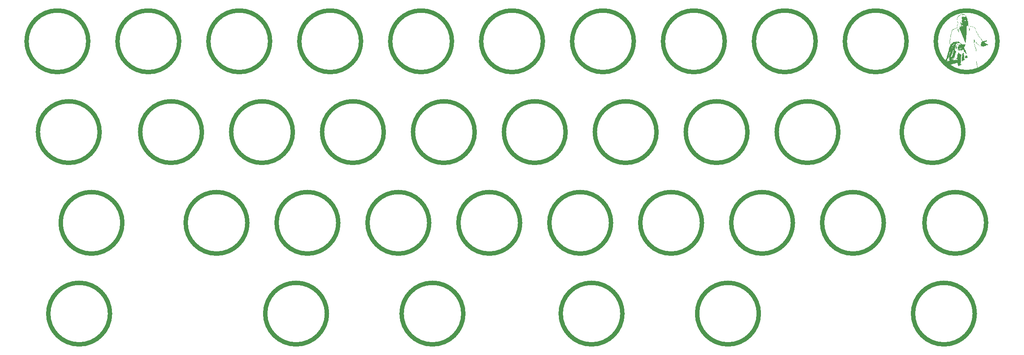
<source format=gbr>
%TF.GenerationSoftware,KiCad,Pcbnew,8.0.8*%
%TF.CreationDate,2025-03-01T19:11:40+01:00*%
%TF.ProjectId,travaulta WKL,74726176-6175-46c7-9461-20574b4c2e6b,rev?*%
%TF.SameCoordinates,Original*%
%TF.FileFunction,Legend,Top*%
%TF.FilePolarity,Positive*%
%FSLAX46Y46*%
G04 Gerber Fmt 4.6, Leading zero omitted, Abs format (unit mm)*
G04 Created by KiCad (PCBNEW 8.0.8) date 2025-03-01 19:11:40*
%MOMM*%
%LPD*%
G01*
G04 APERTURE LIST*
%ADD10C,0.900000*%
%ADD11C,0.000000*%
%ADD12C,2.200000*%
%ADD13C,1.500000*%
%ADD14R,1.700000X1.700000*%
%ADD15O,1.700000X1.700000*%
%ADD16C,0.750000*%
%ADD17O,1.100000X1.700000*%
G04 APERTURE END LIST*
D10*
%TO.C,SW20*%
X217604500Y-76200000D02*
G75*
G02*
X204670500Y-76200000I-6467000J0D01*
G01*
X204670500Y-76200000D02*
G75*
G02*
X217604500Y-76200000I6467000J0D01*
G01*
%TO.C,SW27*%
X169979500Y-95250000D02*
G75*
G02*
X157045500Y-95250000I-6467000J0D01*
G01*
X157045500Y-95250000D02*
G75*
G02*
X169979500Y-95250000I6467000J0D01*
G01*
%TO.C,SW15*%
X122354500Y-76200000D02*
G75*
G02*
X109420500Y-76200000I-6467000J0D01*
G01*
X109420500Y-76200000D02*
G75*
G02*
X122354500Y-76200000I6467000J0D01*
G01*
%TO.C,SW18*%
X179504500Y-76200000D02*
G75*
G02*
X166570500Y-76200000I-6467000J0D01*
G01*
X166570500Y-76200000D02*
G75*
G02*
X179504500Y-76200000I6467000J0D01*
G01*
%TO.C,SW1*%
X60442000Y-57150000D02*
G75*
G02*
X47508000Y-57150000I-6467000J0D01*
G01*
X47508000Y-57150000D02*
G75*
G02*
X60442000Y-57150000I6467000J0D01*
G01*
%TO.C,SW9*%
X212842000Y-57150000D02*
G75*
G02*
X199908000Y-57150000I-6467000J0D01*
G01*
X199908000Y-57150000D02*
G75*
G02*
X212842000Y-57150000I6467000J0D01*
G01*
%TO.C,SW28*%
X189029500Y-95250000D02*
G75*
G02*
X176095500Y-95250000I-6467000J0D01*
G01*
X176095500Y-95250000D02*
G75*
G02*
X189029500Y-95250000I6467000J0D01*
G01*
%TO.C,SW4*%
X117592000Y-57150000D02*
G75*
G02*
X104658000Y-57150000I-6467000J0D01*
G01*
X104658000Y-57150000D02*
G75*
G02*
X117592000Y-57150000I6467000J0D01*
G01*
%TO.C,SW17*%
X160454500Y-76200000D02*
G75*
G02*
X147520500Y-76200000I-6467000J0D01*
G01*
X147520500Y-76200000D02*
G75*
G02*
X160454500Y-76200000I6467000J0D01*
G01*
%TO.C,SW12*%
X62825000Y-76200000D02*
G75*
G02*
X49891000Y-76200000I-6467000J0D01*
G01*
X49891000Y-76200000D02*
G75*
G02*
X62825000Y-76200000I6467000J0D01*
G01*
%TO.C,SW23*%
X93779500Y-95250000D02*
G75*
G02*
X80845500Y-95250000I-6467000J0D01*
G01*
X80845500Y-95250000D02*
G75*
G02*
X93779500Y-95250000I6467000J0D01*
G01*
%TO.C,SW34*%
X139022000Y-114300000D02*
G75*
G02*
X126088000Y-114300000I-6467000J0D01*
G01*
X126088000Y-114300000D02*
G75*
G02*
X139022000Y-114300000I6467000J0D01*
G01*
%TO.C,SW22*%
X67587000Y-95250000D02*
G75*
G02*
X54653000Y-95250000I-6467000J0D01*
G01*
X54653000Y-95250000D02*
G75*
G02*
X67587000Y-95250000I6467000J0D01*
G01*
%TO.C,SW16*%
X141404500Y-76200000D02*
G75*
G02*
X128470500Y-76200000I-6467000J0D01*
G01*
X128470500Y-76200000D02*
G75*
G02*
X141404500Y-76200000I6467000J0D01*
G01*
%TO.C,SW14*%
X103304500Y-76200000D02*
G75*
G02*
X90370500Y-76200000I-6467000J0D01*
G01*
X90370500Y-76200000D02*
G75*
G02*
X103304500Y-76200000I6467000J0D01*
G01*
%TO.C,SW7*%
X174742000Y-57150000D02*
G75*
G02*
X161808000Y-57150000I-6467000J0D01*
G01*
X161808000Y-57150000D02*
G75*
G02*
X174742000Y-57150000I6467000J0D01*
G01*
%TO.C,SW24*%
X112829500Y-95250000D02*
G75*
G02*
X99895500Y-95250000I-6467000J0D01*
G01*
X99895500Y-95250000D02*
G75*
G02*
X112829500Y-95250000I6467000J0D01*
G01*
%TO.C,SW11*%
X250942000Y-57150000D02*
G75*
G02*
X238008000Y-57150000I-6467000J0D01*
G01*
X238008000Y-57150000D02*
G75*
G02*
X250942000Y-57150000I6467000J0D01*
G01*
%TO.C,SW31*%
X248562000Y-95250000D02*
G75*
G02*
X235628000Y-95250000I-6467000J0D01*
G01*
X235628000Y-95250000D02*
G75*
G02*
X248562000Y-95250000I6467000J0D01*
G01*
%TO.C,SW2*%
X79492000Y-57150000D02*
G75*
G02*
X66558000Y-57150000I-6467000J0D01*
G01*
X66558000Y-57150000D02*
G75*
G02*
X79492000Y-57150000I6467000J0D01*
G01*
D11*
%TO.C,G\u002A\u002A\u002A*%
G36*
X242180616Y-58716357D02*
G01*
X242173263Y-58723711D01*
X242165909Y-58716357D01*
X242173263Y-58709004D01*
X242180616Y-58716357D01*
G37*
G36*
X242827750Y-62393254D02*
G01*
X242820396Y-62400608D01*
X242813042Y-62393254D01*
X242820396Y-62385900D01*
X242827750Y-62393254D01*
G37*
G36*
X242842458Y-62496207D02*
G01*
X242835104Y-62503561D01*
X242827750Y-62496207D01*
X242835104Y-62488853D01*
X242842458Y-62496207D01*
G37*
G36*
X243313100Y-61599044D02*
G01*
X243305747Y-61606398D01*
X243298393Y-61599044D01*
X243305747Y-61591690D01*
X243313100Y-61599044D01*
G37*
G36*
X243357223Y-54054053D02*
G01*
X243349869Y-54061407D01*
X243342516Y-54054053D01*
X243349869Y-54046699D01*
X243357223Y-54054053D01*
G37*
G36*
X243710205Y-53892269D02*
G01*
X243702851Y-53899623D01*
X243695498Y-53892269D01*
X243702851Y-53884916D01*
X243710205Y-53892269D01*
G37*
G36*
X244151433Y-54274667D02*
G01*
X244144079Y-54282020D01*
X244136725Y-54274667D01*
X244144079Y-54267313D01*
X244151433Y-54274667D01*
G37*
G36*
X244313216Y-58378083D02*
G01*
X244305862Y-58385437D01*
X244298509Y-58378083D01*
X244305862Y-58370729D01*
X244313216Y-58378083D01*
G37*
G36*
X244430877Y-58525159D02*
G01*
X244423523Y-58532513D01*
X244416169Y-58525159D01*
X244423523Y-58517805D01*
X244430877Y-58525159D01*
G37*
G36*
X244975058Y-54230544D02*
G01*
X244967704Y-54237898D01*
X244960350Y-54230544D01*
X244967704Y-54223190D01*
X244975058Y-54230544D01*
G37*
G36*
X242190421Y-58684491D02*
G01*
X242188402Y-58693235D01*
X242180616Y-58694296D01*
X242168510Y-58688915D01*
X242170811Y-58684491D01*
X242188266Y-58682731D01*
X242190421Y-58684491D01*
G37*
G36*
X242219837Y-60728845D02*
G01*
X242217818Y-60737589D01*
X242210031Y-60738650D01*
X242197925Y-60733269D01*
X242200226Y-60728845D01*
X242217681Y-60727085D01*
X242219837Y-60728845D01*
G37*
G36*
X243219952Y-53830988D02*
G01*
X243221713Y-53848442D01*
X243219952Y-53850598D01*
X243211209Y-53848579D01*
X243210147Y-53840793D01*
X243215529Y-53828687D01*
X243219952Y-53830988D01*
G37*
G36*
X243596221Y-51786698D02*
G01*
X243598069Y-51792066D01*
X243577837Y-51794116D01*
X243556958Y-51791805D01*
X243559452Y-51786698D01*
X243589564Y-51784755D01*
X243596221Y-51786698D01*
G37*
G36*
X243661180Y-53889818D02*
G01*
X243662940Y-53907273D01*
X243661180Y-53909428D01*
X243652436Y-53907409D01*
X243651375Y-53899623D01*
X243656756Y-53887517D01*
X243661180Y-53889818D01*
G37*
G36*
X244058285Y-60596477D02*
G01*
X244056266Y-60605221D01*
X244048480Y-60606282D01*
X244036374Y-60600901D01*
X244038675Y-60596477D01*
X244056129Y-60594717D01*
X244058285Y-60596477D01*
G37*
G36*
X242599583Y-59763980D02*
G01*
X242592236Y-59786685D01*
X242577524Y-59797365D01*
X242571192Y-59785620D01*
X242573416Y-59768115D01*
X242584439Y-59747853D01*
X242593458Y-59746525D01*
X242599583Y-59763980D01*
G37*
G36*
X242709662Y-55160960D02*
G01*
X242710089Y-55164476D01*
X242698897Y-55178756D01*
X242695382Y-55179183D01*
X242681102Y-55167991D01*
X242680674Y-55164476D01*
X242691866Y-55150195D01*
X242695382Y-55149768D01*
X242709662Y-55160960D01*
G37*
G36*
X242780869Y-62412926D02*
G01*
X242783627Y-62430023D01*
X242777468Y-62453922D01*
X242768920Y-62459438D01*
X242756970Y-62447120D01*
X242754212Y-62430023D01*
X242760371Y-62406123D01*
X242768920Y-62400608D01*
X242780869Y-62412926D01*
G37*
G36*
X242825798Y-62319135D02*
G01*
X242824992Y-62327989D01*
X242806371Y-62350278D01*
X242799254Y-62353727D01*
X242785579Y-62349712D01*
X242786385Y-62340858D01*
X242805006Y-62318569D01*
X242812123Y-62315120D01*
X242825798Y-62319135D01*
G37*
G36*
X242881525Y-62439033D02*
G01*
X242879227Y-62444730D01*
X242866010Y-62458761D01*
X242863651Y-62459438D01*
X242857334Y-62448059D01*
X242857165Y-62444730D01*
X242868472Y-62430588D01*
X242872741Y-62430023D01*
X242881525Y-62439033D01*
G37*
G36*
X243327156Y-59320402D02*
G01*
X243330749Y-59323781D01*
X243340826Y-59343795D01*
X243330749Y-59359079D01*
X243317578Y-59366319D01*
X243313208Y-59348509D01*
X243313100Y-59341430D01*
X243316066Y-59318053D01*
X243327156Y-59320402D01*
G37*
G36*
X245190674Y-54732310D02*
G01*
X245188318Y-54737956D01*
X245168834Y-54752114D01*
X245164520Y-54752663D01*
X245156546Y-54743601D01*
X245158902Y-54737956D01*
X245178386Y-54723797D01*
X245182700Y-54723248D01*
X245190674Y-54732310D01*
G37*
G36*
X244091958Y-52803510D02*
G01*
X244106933Y-52824830D01*
X244100433Y-52846589D01*
X244078763Y-52855385D01*
X244051156Y-52849433D01*
X244042156Y-52842344D01*
X244044386Y-52823925D01*
X244062832Y-52807067D01*
X244085371Y-52801222D01*
X244091958Y-52803510D01*
G37*
G36*
X242623773Y-55016216D02*
G01*
X242624588Y-55020279D01*
X242627563Y-55054895D01*
X242625336Y-55073108D01*
X242612112Y-55090447D01*
X242598461Y-55083566D01*
X242592654Y-55057846D01*
X242598205Y-55022252D01*
X242605388Y-55005017D01*
X242616102Y-54997101D01*
X242623773Y-55016216D01*
G37*
G36*
X243435021Y-51690657D02*
G01*
X243453338Y-51696419D01*
X243452705Y-51701026D01*
X243429939Y-51705460D01*
X243381853Y-51710699D01*
X243364577Y-51712336D01*
X243276331Y-51720565D01*
X243342516Y-51702329D01*
X243388149Y-51692613D01*
X243425349Y-51689561D01*
X243435021Y-51690657D01*
G37*
G36*
X242456376Y-57879067D02*
G01*
X242482988Y-57892265D01*
X242500306Y-57907147D01*
X242494918Y-57913057D01*
X242465576Y-57914326D01*
X242415271Y-57917827D01*
X242373653Y-57923986D01*
X242339175Y-57926433D01*
X242327692Y-57917150D01*
X242340424Y-57893499D01*
X242372368Y-57878266D01*
X242414145Y-57872955D01*
X242456376Y-57879067D01*
G37*
G36*
X243405023Y-52104103D02*
G01*
X243415949Y-52116532D01*
X243416053Y-52118336D01*
X243403553Y-52128583D01*
X243374863Y-52137028D01*
X243343196Y-52141083D01*
X243321766Y-52138158D01*
X243320370Y-52137081D01*
X243313298Y-52117388D01*
X243313100Y-52113392D01*
X243323067Y-52103027D01*
X243355220Y-52100339D01*
X243405023Y-52104103D01*
G37*
G36*
X242080759Y-60623842D02*
G01*
X242123343Y-60631035D01*
X242158657Y-60640522D01*
X242178537Y-60650258D01*
X242178979Y-60656058D01*
X242152987Y-60665227D01*
X242110759Y-60669351D01*
X242065137Y-60667800D01*
X242037941Y-60662968D01*
X241996252Y-60647642D01*
X241982972Y-60634075D01*
X241998041Y-60624462D01*
X242039069Y-60620990D01*
X242080759Y-60623842D01*
G37*
G36*
X244035813Y-60112480D02*
G01*
X244038001Y-60135334D01*
X244032524Y-60176085D01*
X244023950Y-60226458D01*
X244016505Y-60270555D01*
X244014473Y-60282715D01*
X244011368Y-60287412D01*
X244008595Y-60266983D01*
X244006653Y-60225717D01*
X244006360Y-60212854D01*
X244006668Y-60154673D01*
X244010829Y-60121039D01*
X244019641Y-60107244D01*
X244024410Y-60106224D01*
X244035813Y-60112480D01*
G37*
G36*
X240590779Y-61219368D02*
G01*
X240616414Y-61236412D01*
X240618361Y-61263844D01*
X240597399Y-61295725D01*
X240578727Y-61311365D01*
X240541725Y-61332412D01*
X240501846Y-61347474D01*
X240467568Y-61354367D01*
X240447368Y-61350909D01*
X240445121Y-61345779D01*
X240455013Y-61326124D01*
X240474161Y-61305232D01*
X240499694Y-61275262D01*
X240511490Y-61252835D01*
X240533899Y-61222984D01*
X240573313Y-61216099D01*
X240590779Y-61219368D01*
G37*
G36*
X243189972Y-53647823D02*
G01*
X243205318Y-53680682D01*
X243209791Y-53724538D01*
X243203214Y-53763544D01*
X243189823Y-53795722D01*
X243176880Y-53811146D01*
X243175560Y-53811378D01*
X243168647Y-53800607D01*
X243170979Y-53790267D01*
X243169774Y-53768946D01*
X243163190Y-53763859D01*
X243152882Y-53747240D01*
X243146103Y-53711938D01*
X243145084Y-53696725D01*
X243146323Y-53655928D01*
X243155374Y-53637669D01*
X243166314Y-53634887D01*
X243189972Y-53647823D01*
G37*
G36*
X242625232Y-57748540D02*
G01*
X242700287Y-57770442D01*
X242732151Y-57782992D01*
X242747829Y-57791321D01*
X242738516Y-57795101D01*
X242715512Y-57796138D01*
X242677058Y-57804694D01*
X242643195Y-57832637D01*
X242630195Y-57848610D01*
X242604267Y-57881286D01*
X242584681Y-57895105D01*
X242560109Y-57893063D01*
X242519222Y-57878152D01*
X242518891Y-57878025D01*
X242475116Y-57864273D01*
X242437188Y-57857239D01*
X242434322Y-57857083D01*
X242406578Y-57850337D01*
X242406052Y-57833300D01*
X242432642Y-57806572D01*
X242444702Y-57797597D01*
X242505106Y-57761728D01*
X242562727Y-57745506D01*
X242625232Y-57748540D01*
G37*
G36*
X243280266Y-53875704D02*
G01*
X243270511Y-53883657D01*
X243258479Y-53903398D01*
X243261999Y-53926882D01*
X243277524Y-53940378D01*
X243285114Y-53940206D01*
X243304818Y-53947898D01*
X243308814Y-53954787D01*
X243305104Y-53967028D01*
X243288591Y-53964617D01*
X243270328Y-53960009D01*
X243276454Y-53968196D01*
X243285984Y-53976251D01*
X243302069Y-54000735D01*
X243296284Y-54021575D01*
X243277530Y-54039852D01*
X243254822Y-54047094D01*
X243240208Y-54040328D01*
X243239212Y-54035668D01*
X243235914Y-54015319D01*
X243228192Y-53978829D01*
X243225961Y-53969078D01*
X243223201Y-53919538D01*
X243238688Y-53884818D01*
X243269712Y-53870522D01*
X243273705Y-53870433D01*
X243280266Y-53875704D01*
G37*
G36*
X242973817Y-54279140D02*
G01*
X242984076Y-54305761D01*
X242996204Y-54356590D01*
X243002027Y-54387535D01*
X243015140Y-54450876D01*
X243033731Y-54526880D01*
X243054040Y-54600282D01*
X243056400Y-54608148D01*
X243085289Y-54716399D01*
X243099521Y-54801825D01*
X243099101Y-54863755D01*
X243084036Y-54901519D01*
X243054329Y-54914445D01*
X243053917Y-54914447D01*
X243041895Y-54905758D01*
X243035482Y-54876698D01*
X243033656Y-54825234D01*
X243031490Y-54773011D01*
X243025886Y-54730148D01*
X243020069Y-54710634D01*
X243011078Y-54681959D01*
X243000663Y-54629550D01*
X242989668Y-54559001D01*
X242978936Y-54475906D01*
X242969311Y-54385858D01*
X242966520Y-54355558D01*
X242963812Y-54302934D01*
X242966654Y-54277829D01*
X242973817Y-54279140D01*
G37*
G36*
X244768407Y-62097331D02*
G01*
X244770641Y-62113562D01*
X244745593Y-62139672D01*
X244744543Y-62140502D01*
X244706224Y-62170644D01*
X244717216Y-62333425D01*
X244726054Y-62464641D01*
X244733048Y-62569448D01*
X244738373Y-62650783D01*
X244742202Y-62711583D01*
X244744710Y-62754785D01*
X244746070Y-62783326D01*
X244746458Y-62800142D01*
X244746048Y-62808172D01*
X244745485Y-62810003D01*
X244737104Y-62802699D01*
X244724535Y-62782083D01*
X244716005Y-62750060D01*
X244710442Y-62694767D01*
X244708390Y-62622250D01*
X244708476Y-62603341D01*
X244707587Y-62531820D01*
X244703923Y-62463219D01*
X244698165Y-62408264D01*
X244694942Y-62390258D01*
X244688457Y-62338872D01*
X244688406Y-62279008D01*
X244693758Y-62217644D01*
X244703484Y-62161761D01*
X244716555Y-62118336D01*
X244731941Y-62094349D01*
X244738977Y-62091748D01*
X244768407Y-62097331D01*
G37*
G36*
X243769036Y-51573132D02*
G01*
X243756333Y-51586271D01*
X243728590Y-51594706D01*
X243705599Y-51598877D01*
X243708888Y-51601451D01*
X243739620Y-51603682D01*
X243791097Y-51606531D01*
X243732267Y-51627725D01*
X243687960Y-51641342D01*
X243650866Y-51648875D01*
X243644021Y-51649366D01*
X243624702Y-51651925D01*
X243632586Y-51661362D01*
X243636667Y-51664070D01*
X243648516Y-51674902D01*
X243634014Y-51678413D01*
X243626862Y-51678553D01*
X243598568Y-51686196D01*
X243588338Y-51697162D01*
X243577213Y-51708106D01*
X243553369Y-51698882D01*
X243552231Y-51698216D01*
X243523454Y-51688465D01*
X243506186Y-51697481D01*
X243492049Y-51704868D01*
X243489591Y-51699699D01*
X243498209Y-51675110D01*
X243518003Y-51646026D01*
X243539881Y-51624389D01*
X243550306Y-51619948D01*
X243571947Y-51610522D01*
X243587292Y-51597886D01*
X243621960Y-51597886D01*
X243629313Y-51605240D01*
X243636667Y-51597886D01*
X243629313Y-51590532D01*
X243621960Y-51597886D01*
X243587292Y-51597886D01*
X243617253Y-51582038D01*
X243656102Y-51575624D01*
X243701055Y-51572620D01*
X243735943Y-51566555D01*
X243761759Y-51565166D01*
X243769036Y-51573132D01*
G37*
G36*
X244995525Y-54266015D02*
G01*
X244997119Y-54267313D01*
X245015596Y-54288325D01*
X245019180Y-54298093D01*
X245024896Y-54317245D01*
X245039716Y-54354170D01*
X245055949Y-54390949D01*
X245075485Y-54434868D01*
X245088820Y-54467159D01*
X245092718Y-54479195D01*
X245098306Y-54495822D01*
X245112762Y-54530708D01*
X245127761Y-54564706D01*
X245156601Y-54631109D01*
X245172023Y-54675156D01*
X245174118Y-54700622D01*
X245162978Y-54711280D01*
X245138695Y-54710902D01*
X245131285Y-54709656D01*
X245124097Y-54719351D01*
X245126129Y-54736939D01*
X245122127Y-54766709D01*
X245096025Y-54808262D01*
X245075282Y-54833165D01*
X245041717Y-54868597D01*
X245014297Y-54892744D01*
X245001295Y-54899739D01*
X244994067Y-54885234D01*
X244990893Y-54841975D01*
X244991795Y-54770343D01*
X244992875Y-54743129D01*
X244997143Y-54668842D01*
X245002731Y-54618808D01*
X245010566Y-54587867D01*
X245021579Y-54570858D01*
X245024316Y-54568622D01*
X245035345Y-54557917D01*
X245039635Y-54542475D01*
X245036657Y-54516103D01*
X245025881Y-54472607D01*
X245011925Y-54423504D01*
X244990742Y-54347642D01*
X244978780Y-54296793D01*
X244975768Y-54268126D01*
X244981439Y-54258810D01*
X244995525Y-54266015D01*
G37*
G36*
X242705769Y-54325096D02*
G01*
X242714180Y-54361887D01*
X242720624Y-54415526D01*
X242724202Y-54479730D01*
X242724635Y-54509253D01*
X242723465Y-54557532D01*
X242719063Y-54580448D01*
X242710436Y-54581964D01*
X242707148Y-54579114D01*
X242683461Y-54562605D01*
X242672602Y-54570780D01*
X242673497Y-54587203D01*
X242678353Y-54614890D01*
X242679549Y-54623377D01*
X242689874Y-54639901D01*
X242713383Y-54665767D01*
X242715144Y-54667499D01*
X242744615Y-54703996D01*
X242767518Y-54752165D01*
X242786475Y-54818624D01*
X242798458Y-54877678D01*
X242809443Y-54938032D01*
X242822767Y-55011444D01*
X242835547Y-55082026D01*
X242835552Y-55082053D01*
X242846579Y-55140556D01*
X242856760Y-55190273D01*
X242864199Y-55222032D01*
X242865200Y-55225452D01*
X242865361Y-55248264D01*
X242850355Y-55250518D01*
X242831019Y-55234337D01*
X242819134Y-55215018D01*
X242796946Y-55174757D01*
X242767328Y-55118909D01*
X242733152Y-55052832D01*
X242722588Y-55032107D01*
X242629198Y-54848263D01*
X242630280Y-54685841D01*
X242633091Y-54613679D01*
X242639938Y-54538297D01*
X242649815Y-54465398D01*
X242661719Y-54400683D01*
X242674643Y-54349851D01*
X242687582Y-54318605D01*
X242696293Y-54311436D01*
X242705769Y-54325096D01*
G37*
G36*
X243831416Y-59538708D02*
G01*
X243860586Y-59561059D01*
X243863801Y-59565316D01*
X243878491Y-59602038D01*
X243886369Y-59654236D01*
X243886966Y-59671946D01*
X243889229Y-59718798D01*
X243895091Y-59784260D01*
X243903534Y-59857891D01*
X243909227Y-59900318D01*
X243920096Y-59986695D01*
X243930044Y-60083340D01*
X243937421Y-60173648D01*
X243939152Y-60201824D01*
X243943997Y-60272389D01*
X243950366Y-60338867D01*
X243957216Y-60391154D01*
X243960526Y-60408953D01*
X243969185Y-60464856D01*
X243973111Y-60524740D01*
X243973118Y-60533968D01*
X243974075Y-60571873D01*
X243978300Y-60619048D01*
X243986455Y-60680583D01*
X243999200Y-60761564D01*
X244014044Y-60848957D01*
X244019516Y-60888337D01*
X244025456Y-60942723D01*
X244028968Y-60981326D01*
X244036241Y-61069571D01*
X243972500Y-61094701D01*
X243929895Y-61110374D01*
X243869357Y-61131235D01*
X243801062Y-61153813D01*
X243768681Y-61164188D01*
X243705635Y-61185315D01*
X243650845Y-61205788D01*
X243612046Y-61222614D01*
X243599944Y-61229503D01*
X243581116Y-61247505D01*
X243581710Y-61267786D01*
X243591845Y-61288878D01*
X243604259Y-61318045D01*
X243598471Y-61336300D01*
X243584091Y-61348719D01*
X243552647Y-61367857D01*
X243533770Y-61364493D01*
X243523133Y-61345338D01*
X243504542Y-61315037D01*
X243494158Y-61304893D01*
X243474269Y-61278360D01*
X243452857Y-61232712D01*
X243433384Y-61177821D01*
X243419315Y-61123559D01*
X243414112Y-61079800D01*
X243414188Y-61076925D01*
X243420362Y-61029886D01*
X243433099Y-60975172D01*
X243437913Y-60959264D01*
X243447203Y-60919352D01*
X243457051Y-60858071D01*
X243466348Y-60783425D01*
X243473980Y-60703412D01*
X243474678Y-60694528D01*
X243482747Y-60592442D01*
X243489909Y-60511676D01*
X243497166Y-60444197D01*
X243505521Y-60381971D01*
X243515979Y-60316965D01*
X243529542Y-60241146D01*
X243534922Y-60212108D01*
X243547623Y-60129991D01*
X243557356Y-60040603D01*
X243562615Y-59958910D01*
X243563129Y-59931656D01*
X243570308Y-59811813D01*
X243591500Y-59714335D01*
X243626187Y-59640389D01*
X243673852Y-59591136D01*
X243724131Y-59569569D01*
X243758185Y-59558618D01*
X243777089Y-59546205D01*
X243799842Y-59532932D01*
X243831416Y-59538708D01*
G37*
G36*
X244512244Y-60114657D02*
G01*
X244531490Y-60124521D01*
X244549418Y-60146122D01*
X244568712Y-60184243D01*
X244592059Y-60243666D01*
X244605052Y-60279905D01*
X244622912Y-60325748D01*
X244639919Y-60361600D01*
X244647429Y-60373420D01*
X244662900Y-60401759D01*
X244674777Y-60436790D01*
X244690228Y-60480312D01*
X244712675Y-60526055D01*
X244713899Y-60528152D01*
X244734746Y-60569220D01*
X244737810Y-60596935D01*
X244720157Y-60614301D01*
X244678857Y-60624325D01*
X244614722Y-60629802D01*
X244545207Y-60635063D01*
X244474799Y-60642513D01*
X244418425Y-60650568D01*
X244417145Y-60650796D01*
X244366658Y-60657807D01*
X244311003Y-60662402D01*
X244256407Y-60664549D01*
X244209095Y-60664217D01*
X244175293Y-60661376D01*
X244161226Y-60655994D01*
X244163982Y-60652050D01*
X244176219Y-60638004D01*
X244170336Y-60615454D01*
X244164573Y-60604476D01*
X244151260Y-60572332D01*
X244148737Y-60552238D01*
X244141583Y-60529335D01*
X244137115Y-60525632D01*
X244124426Y-60504662D01*
X244122018Y-60487754D01*
X244116171Y-60464322D01*
X244108437Y-60459206D01*
X244104987Y-60447959D01*
X244114312Y-60420384D01*
X244116708Y-60415405D01*
X244130230Y-60391264D01*
X244145594Y-60379100D01*
X244171458Y-60376176D01*
X244216479Y-60379754D01*
X244226244Y-60380768D01*
X244274799Y-60384858D01*
X244299915Y-60383509D01*
X244307220Y-60375783D01*
X244305356Y-60367591D01*
X244287508Y-60347109D01*
X244253669Y-60323712D01*
X244242492Y-60317659D01*
X244206780Y-60298465D01*
X244183809Y-60284181D01*
X244180848Y-60281643D01*
X244162368Y-60270127D01*
X244144311Y-60262398D01*
X244128012Y-60253968D01*
X244132959Y-60244505D01*
X244162021Y-60228868D01*
X244163428Y-60228187D01*
X244195179Y-60207040D01*
X244204796Y-60187188D01*
X244204284Y-60185395D01*
X244203806Y-60163211D01*
X244223921Y-60158584D01*
X244261417Y-60171791D01*
X244275498Y-60179229D01*
X244309199Y-60196294D01*
X244324637Y-60197693D01*
X244327924Y-60186865D01*
X244337956Y-60171633D01*
X244370920Y-60165406D01*
X244386754Y-60165055D01*
X244425243Y-60162588D01*
X244442254Y-60152618D01*
X244445584Y-60135639D01*
X244447600Y-60128286D01*
X244475000Y-60128286D01*
X244482353Y-60135639D01*
X244489707Y-60128286D01*
X244482353Y-60120932D01*
X244475000Y-60128286D01*
X244447600Y-60128286D01*
X244451730Y-60113221D01*
X244473791Y-60107250D01*
X244512244Y-60114657D01*
G37*
G36*
X242425934Y-58037994D02*
G01*
X242437377Y-58046156D01*
X242433599Y-58063920D01*
X242417539Y-58079684D01*
X242377135Y-58115607D01*
X242335585Y-58165155D01*
X242296424Y-58222210D01*
X242263193Y-58280657D01*
X242239427Y-58334377D01*
X242228665Y-58377253D01*
X242232149Y-58400236D01*
X242248237Y-58408900D01*
X242266385Y-58393797D01*
X242282618Y-58359948D01*
X242291066Y-58325760D01*
X242301236Y-58289285D01*
X242314635Y-58269158D01*
X242318746Y-58267776D01*
X242343687Y-58279323D01*
X242375478Y-58308422D01*
X242406958Y-58346758D01*
X242430971Y-58386016D01*
X242439046Y-58407498D01*
X242454174Y-58455292D01*
X242470035Y-58492413D01*
X242479912Y-58516169D01*
X242480031Y-58537516D01*
X242468097Y-58564875D01*
X242441816Y-58606667D01*
X242436870Y-58614135D01*
X242391799Y-58675163D01*
X242355764Y-58708642D01*
X242328373Y-58714888D01*
X242318661Y-58708797D01*
X242296891Y-58701878D01*
X242267350Y-58705414D01*
X242244272Y-58716416D01*
X242239447Y-58725427D01*
X242252172Y-58735496D01*
X242279893Y-58740422D01*
X242305140Y-58742427D01*
X242302381Y-58745575D01*
X242287246Y-58748798D01*
X242260416Y-58764096D01*
X242254154Y-58790918D01*
X242245279Y-58820113D01*
X242221374Y-58825058D01*
X242201225Y-58815408D01*
X242186813Y-58790695D01*
X242189005Y-58757293D01*
X242206754Y-58730040D01*
X242207291Y-58729637D01*
X242220858Y-58712331D01*
X242218857Y-58686942D01*
X242254154Y-58686942D01*
X242261508Y-58694296D01*
X242268862Y-58686942D01*
X242261508Y-58679589D01*
X242254154Y-58686942D01*
X242218857Y-58686942D01*
X242218716Y-58685153D01*
X242213019Y-58667130D01*
X242208302Y-58650173D01*
X242239447Y-58650173D01*
X242244465Y-58664499D01*
X242245932Y-58664881D01*
X242258489Y-58654575D01*
X242261508Y-58650173D01*
X242260342Y-58636621D01*
X242255022Y-58635466D01*
X242240045Y-58646142D01*
X242239447Y-58650173D01*
X242208302Y-58650173D01*
X242204123Y-58635148D01*
X242208679Y-58622330D01*
X242218150Y-58620758D01*
X242237181Y-58609976D01*
X242239447Y-58601244D01*
X242228490Y-58588100D01*
X242193793Y-58588432D01*
X242192995Y-58588548D01*
X242146542Y-58595365D01*
X242148195Y-58554574D01*
X242239447Y-58554574D01*
X242246800Y-58561928D01*
X242254154Y-58554574D01*
X242246800Y-58547220D01*
X242239447Y-58554574D01*
X242148195Y-58554574D01*
X242149021Y-58534182D01*
X242268862Y-58534182D01*
X242280938Y-58544370D01*
X242309068Y-58546341D01*
X242341110Y-58540246D01*
X242356681Y-58533087D01*
X242371731Y-58518527D01*
X242371389Y-58512994D01*
X242352380Y-58509621D01*
X242320663Y-58513300D01*
X242288993Y-58521395D01*
X242270121Y-58531271D01*
X242268862Y-58534182D01*
X242149021Y-58534182D01*
X242155313Y-58378906D01*
X242159998Y-58283559D01*
X242166285Y-58212630D01*
X242175799Y-58161121D01*
X242190167Y-58124035D01*
X242211013Y-58096372D01*
X242239962Y-58073137D01*
X242258630Y-58061223D01*
X242297761Y-58044908D01*
X242345338Y-58035038D01*
X242391388Y-58032453D01*
X242425934Y-58037994D01*
G37*
G36*
X243795726Y-51452425D02*
G01*
X243873184Y-51458146D01*
X243935031Y-51469284D01*
X243988102Y-51487152D01*
X244039234Y-51513062D01*
X244048480Y-51518513D01*
X244073790Y-51531969D01*
X244114940Y-51552226D01*
X244144867Y-51566405D01*
X244233472Y-51618137D01*
X244303869Y-51680531D01*
X244353248Y-51749764D01*
X244378797Y-51822013D01*
X244379320Y-51885157D01*
X244376155Y-51917312D01*
X244380089Y-51948446D01*
X244393395Y-51986339D01*
X244418349Y-52038770D01*
X244431997Y-52065354D01*
X244467556Y-52130369D01*
X244506181Y-52195482D01*
X244540845Y-52248970D01*
X244548489Y-52259727D01*
X244592808Y-52328020D01*
X244623931Y-52391925D01*
X244639745Y-52445937D01*
X244638136Y-52484547D01*
X244636320Y-52488561D01*
X244622862Y-52534868D01*
X244631263Y-52575206D01*
X244643750Y-52590327D01*
X244657135Y-52606385D01*
X244654647Y-52627114D01*
X244643750Y-52650228D01*
X244624202Y-52711669D01*
X244631683Y-52766024D01*
X244644605Y-52788335D01*
X244661650Y-52819004D01*
X244666198Y-52837855D01*
X244676115Y-52859250D01*
X244701562Y-52891554D01*
X244723343Y-52914284D01*
X244760409Y-52957401D01*
X244789762Y-53004030D01*
X244798523Y-53024389D01*
X244808529Y-53063273D01*
X244804117Y-53091349D01*
X244783057Y-53124352D01*
X244749555Y-53169665D01*
X244783273Y-53228250D01*
X244795667Y-53251018D01*
X244804334Y-53272781D01*
X244809676Y-53298755D01*
X244812096Y-53334152D01*
X244811996Y-53384186D01*
X244809779Y-53454070D01*
X244806626Y-53530722D01*
X244800267Y-53647534D01*
X244792357Y-53735236D01*
X244782909Y-53793729D01*
X244775289Y-53817442D01*
X244761974Y-53847568D01*
X244757851Y-53863120D01*
X244758057Y-53863434D01*
X244798927Y-53887325D01*
X244859172Y-53909842D01*
X244928807Y-53927809D01*
X244990552Y-53937396D01*
X245062730Y-53947159D01*
X245139973Y-53961745D01*
X245195625Y-53975340D01*
X245254082Y-53989717D01*
X245309548Y-53999587D01*
X245344040Y-54002576D01*
X245390677Y-54007104D01*
X245446653Y-54018525D01*
X245469101Y-54024765D01*
X245509568Y-54035716D01*
X245571532Y-54050676D01*
X245647635Y-54067947D01*
X245730519Y-54085830D01*
X245761368Y-54092248D01*
X245861694Y-54113730D01*
X245939351Y-54133172D01*
X246000696Y-54153323D01*
X246052084Y-54176930D01*
X246099870Y-54206742D01*
X246150409Y-54245506D01*
X246187298Y-54276424D01*
X246246434Y-54329463D01*
X246286140Y-54373631D01*
X246311135Y-54416860D01*
X246326135Y-54467079D01*
X246334974Y-54524696D01*
X246349470Y-54597057D01*
X246376549Y-54687938D01*
X246413472Y-54790745D01*
X246457499Y-54898887D01*
X246505891Y-55005773D01*
X246555909Y-55104812D01*
X246604815Y-55189412D01*
X246622228Y-55215952D01*
X246655494Y-55266390D01*
X246690803Y-55322636D01*
X246701868Y-55340967D01*
X246735387Y-55394497D01*
X246772329Y-55449476D01*
X246784084Y-55465981D01*
X246827549Y-55538746D01*
X246868358Y-55630835D01*
X246902752Y-55732177D01*
X246926974Y-55832702D01*
X246931779Y-55861772D01*
X246949081Y-55954506D01*
X246971157Y-56021453D01*
X246999584Y-56066067D01*
X247035940Y-56091801D01*
X247037056Y-56092270D01*
X247112956Y-56137251D01*
X247168815Y-56202544D01*
X247183224Y-56228489D01*
X247230978Y-56304865D01*
X247284316Y-56356013D01*
X247338284Y-56379321D01*
X247379891Y-56395293D01*
X247419327Y-56428984D01*
X247459177Y-56483564D01*
X247502027Y-56562206D01*
X247522593Y-56605455D01*
X247580874Y-56712907D01*
X247650592Y-56803339D01*
X247664949Y-56818715D01*
X247717917Y-56879169D01*
X247752882Y-56933459D01*
X247776272Y-56991424D01*
X247804023Y-57058433D01*
X247838917Y-57099125D01*
X247884746Y-57116405D01*
X247936983Y-57114576D01*
X247977735Y-57108508D01*
X248037962Y-57099812D01*
X248107998Y-57089874D01*
X248150056Y-57083984D01*
X248217368Y-57073019D01*
X248276561Y-57060491D01*
X248319708Y-57048230D01*
X248335594Y-57041141D01*
X248359538Y-57030920D01*
X248404463Y-57015973D01*
X248462741Y-56998423D01*
X248526748Y-56980394D01*
X248588856Y-56964011D01*
X248641440Y-56951397D01*
X248676874Y-56944677D01*
X248683995Y-56944109D01*
X248707821Y-56956784D01*
X248728766Y-56987479D01*
X248739799Y-57025093D01*
X248740199Y-57032878D01*
X248731578Y-57065486D01*
X248710005Y-57105366D01*
X248681914Y-57143552D01*
X248653739Y-57171081D01*
X248635012Y-57179415D01*
X248614476Y-57185555D01*
X248578492Y-57201093D01*
X248559321Y-57210376D01*
X248498693Y-57231841D01*
X248421116Y-57246170D01*
X248390971Y-57249074D01*
X248330639Y-57255181D01*
X248290801Y-57264667D01*
X248262543Y-57280304D01*
X248247572Y-57293657D01*
X248222995Y-57321037D01*
X248210968Y-57339939D01*
X248210726Y-57341430D01*
X248220064Y-57357360D01*
X248244082Y-57386702D01*
X248265880Y-57410624D01*
X248302504Y-57452881D01*
X248333625Y-57494829D01*
X248344394Y-57512400D01*
X248371199Y-57545084D01*
X248416756Y-57573024D01*
X248454701Y-57588993D01*
X248511521Y-57613051D01*
X248565785Y-57639977D01*
X248594276Y-57656666D01*
X248630268Y-57677926D01*
X248684303Y-57706998D01*
X248747740Y-57739313D01*
X248787021Y-57758506D01*
X248856325Y-57792443D01*
X248903658Y-57818347D01*
X248933860Y-57840284D01*
X248951771Y-57862318D01*
X248962232Y-57888516D01*
X248967396Y-57910019D01*
X248971444Y-57938108D01*
X248964492Y-57956345D01*
X248940680Y-57972294D01*
X248907149Y-57987784D01*
X248851683Y-58005725D01*
X248795345Y-58008405D01*
X248732071Y-57994827D01*
X248655794Y-57963993D01*
X248603086Y-57937746D01*
X248551241Y-57912916D01*
X248506166Y-57895199D01*
X248471948Y-57885422D01*
X248452672Y-57884411D01*
X248452424Y-57892991D01*
X248475144Y-57911889D01*
X248529818Y-57954993D01*
X248557748Y-57993451D01*
X248560180Y-58031660D01*
X248538360Y-58074021D01*
X248525632Y-58090157D01*
X248479831Y-58126421D01*
X248429381Y-58136826D01*
X248380801Y-58121049D01*
X248355053Y-58098639D01*
X248324442Y-58072144D01*
X248296636Y-58061478D01*
X248278401Y-58067187D01*
X248276501Y-58089818D01*
X248277245Y-58092339D01*
X248275458Y-58127670D01*
X248251802Y-58157930D01*
X248213782Y-58179624D01*
X248168903Y-58189258D01*
X248124669Y-58183337D01*
X248104312Y-58172879D01*
X248074033Y-58155573D01*
X248050375Y-58155048D01*
X248028461Y-58174393D01*
X248003417Y-58216699D01*
X247988852Y-58246068D01*
X247959843Y-58295709D01*
X247920961Y-58348366D01*
X247877577Y-58398237D01*
X247835063Y-58439522D01*
X247798791Y-58466420D01*
X247778072Y-58473682D01*
X247743447Y-58464433D01*
X247697587Y-58440787D01*
X247650303Y-58408895D01*
X247611406Y-58374910D01*
X247600630Y-58362421D01*
X247563271Y-58324632D01*
X247514143Y-58288479D01*
X247492820Y-58276299D01*
X247447901Y-58251123D01*
X247389785Y-58215467D01*
X247329195Y-58175967D01*
X247313564Y-58165340D01*
X247251526Y-58123023D01*
X247186852Y-58079400D01*
X247131666Y-58042640D01*
X247122365Y-58036523D01*
X247072286Y-57999508D01*
X247013996Y-57950234D01*
X246958862Y-57898395D01*
X246950902Y-57890314D01*
X246908811Y-57848605D01*
X246873501Y-57816542D01*
X246850474Y-57798999D01*
X246845762Y-57797133D01*
X246827971Y-57787226D01*
X246797275Y-57761820D01*
X246760323Y-57727393D01*
X246723766Y-57690420D01*
X246694254Y-57657378D01*
X246678436Y-57634742D01*
X246678047Y-57633802D01*
X246660359Y-57617885D01*
X246623408Y-57599397D01*
X246590146Y-57587260D01*
X246509112Y-57550752D01*
X246453503Y-57499982D01*
X246422623Y-57434211D01*
X246417044Y-57403579D01*
X246409021Y-57358697D01*
X246395994Y-57335989D01*
X246379632Y-57328962D01*
X246335244Y-57315358D01*
X246278793Y-57290294D01*
X246218747Y-57258481D01*
X246163574Y-57224628D01*
X246121739Y-57193445D01*
X246105413Y-57176425D01*
X246073826Y-57132065D01*
X246105540Y-57041756D01*
X246126788Y-56974897D01*
X246135369Y-56927497D01*
X246131654Y-56892649D01*
X246116014Y-56863446D01*
X246115175Y-56862336D01*
X246097137Y-56843507D01*
X246084162Y-56848333D01*
X246078631Y-56855848D01*
X246071199Y-56882374D01*
X246066212Y-56931563D01*
X246063576Y-56996771D01*
X246063198Y-57071356D01*
X246064983Y-57148673D01*
X246068838Y-57222081D01*
X246074670Y-57284937D01*
X246082384Y-57330597D01*
X246085480Y-57341198D01*
X246097931Y-57395839D01*
X246105576Y-57472093D01*
X246107685Y-57545277D01*
X246108987Y-57617962D01*
X246113793Y-57670965D01*
X246123720Y-57713957D01*
X246140381Y-57756610D01*
X246144454Y-57765502D01*
X246164993Y-57818498D01*
X246178283Y-57869825D01*
X246181080Y-57895420D01*
X246188197Y-57967004D01*
X246208465Y-58058978D01*
X246240260Y-58166296D01*
X246281956Y-58283912D01*
X246331928Y-58406781D01*
X246379156Y-58510451D01*
X246407350Y-58570406D01*
X246431213Y-58623263D01*
X246447413Y-58661533D01*
X246451984Y-58674095D01*
X246466426Y-58734119D01*
X246480539Y-58812783D01*
X246492845Y-58899338D01*
X246501869Y-58983032D01*
X246506133Y-59053113D01*
X246506269Y-59069340D01*
X246508417Y-59136005D01*
X246514953Y-59215321D01*
X246524511Y-59291090D01*
X246525493Y-59297307D01*
X246529687Y-59329529D01*
X246533267Y-59371616D01*
X246536265Y-59425620D01*
X246538715Y-59493596D01*
X246540650Y-59577597D01*
X246542102Y-59679675D01*
X246543104Y-59801885D01*
X246543689Y-59946279D01*
X246543891Y-60114911D01*
X246543742Y-60309834D01*
X246543536Y-60422437D01*
X246543134Y-60618190D01*
X246542858Y-60786739D01*
X246542771Y-60930296D01*
X246542933Y-61051072D01*
X246543408Y-61151281D01*
X246544255Y-61233132D01*
X246545537Y-61298838D01*
X246547315Y-61350610D01*
X246549651Y-61390660D01*
X246552606Y-61421200D01*
X246556242Y-61444441D01*
X246560621Y-61462595D01*
X246565803Y-61477873D01*
X246571851Y-61492487D01*
X246573416Y-61496091D01*
X246590869Y-61546890D01*
X246607700Y-61613831D01*
X246620677Y-61683758D01*
X246622220Y-61694644D01*
X246630930Y-61759474D01*
X246638991Y-61819524D01*
X246644944Y-61863927D01*
X246645909Y-61871135D01*
X246652186Y-61911462D01*
X246662142Y-61968565D01*
X246673671Y-62030378D01*
X246674162Y-62032918D01*
X246687841Y-62103913D01*
X246703672Y-62186634D01*
X246718367Y-62263896D01*
X246719189Y-62268239D01*
X246733290Y-62341406D01*
X246748476Y-62418109D01*
X246761700Y-62482981D01*
X246762929Y-62488853D01*
X246772707Y-62551230D01*
X246780014Y-62627811D01*
X246783456Y-62703403D01*
X246783550Y-62713144D01*
X246784091Y-62841835D01*
X246745941Y-62841835D01*
X246723467Y-62840192D01*
X246713593Y-62830226D01*
X246713338Y-62804384D01*
X246717653Y-62770139D01*
X246719022Y-62721638D01*
X246713952Y-62649937D01*
X246703176Y-62560364D01*
X246687423Y-62458250D01*
X246667423Y-62348922D01*
X246645819Y-62246178D01*
X246600766Y-62042406D01*
X246562910Y-61863876D01*
X246531880Y-61707404D01*
X246507305Y-61569805D01*
X246488814Y-61447897D01*
X246476036Y-61338495D01*
X246468600Y-61238416D01*
X246466137Y-61144476D01*
X246468274Y-61053492D01*
X246474641Y-60962279D01*
X246484868Y-60867654D01*
X246485072Y-60866008D01*
X246486602Y-60839169D01*
X246488033Y-60786095D01*
X246489331Y-60709965D01*
X246490467Y-60613959D01*
X246491406Y-60501258D01*
X246492119Y-60375040D01*
X246492572Y-60238485D01*
X246492735Y-60098871D01*
X246492583Y-59925248D01*
X246492030Y-59777977D01*
X246490992Y-59653998D01*
X246489385Y-59550247D01*
X246487123Y-59463665D01*
X246484122Y-59391190D01*
X246480298Y-59329760D01*
X246475567Y-59276314D01*
X246469843Y-59227791D01*
X246468407Y-59217221D01*
X246458442Y-59148294D01*
X246449315Y-59090262D01*
X246442034Y-59049200D01*
X246437604Y-59031182D01*
X246437586Y-59031153D01*
X246433300Y-59012742D01*
X246427283Y-58972323D01*
X246420565Y-58917176D01*
X246417658Y-58890172D01*
X246410336Y-58832644D01*
X246399813Y-58780148D01*
X246383861Y-58725353D01*
X246360250Y-58660928D01*
X246326750Y-58579542D01*
X246314444Y-58550734D01*
X246280436Y-58468451D01*
X246250276Y-58387793D01*
X246221952Y-58302403D01*
X246193457Y-58205929D01*
X246162781Y-58092013D01*
X246135542Y-57984945D01*
X246110390Y-57882356D01*
X246087466Y-57785178D01*
X246067864Y-57698339D01*
X246052676Y-57626768D01*
X246042994Y-57575390D01*
X246040109Y-57554458D01*
X246038186Y-57519295D01*
X246036108Y-57459754D01*
X246034001Y-57380869D01*
X246031988Y-57287677D01*
X246030194Y-57185214D01*
X246029138Y-57110905D01*
X246024399Y-56740890D01*
X246124800Y-56830782D01*
X246168914Y-56871463D01*
X246203155Y-56905296D01*
X246222585Y-56927289D01*
X246225202Y-56932256D01*
X246216919Y-56949389D01*
X246195509Y-56981644D01*
X246173726Y-57011277D01*
X246135993Y-57072348D01*
X246124109Y-57124519D01*
X246138844Y-57169308D01*
X246180971Y-57208232D01*
X246251261Y-57242807D01*
X246300250Y-57259904D01*
X246359504Y-57277292D01*
X246411949Y-57290329D01*
X246448272Y-57296762D01*
X246453929Y-57297075D01*
X246476654Y-57300177D01*
X246487146Y-57314848D01*
X246490067Y-57349133D01*
X246490156Y-57359583D01*
X246495370Y-57417802D01*
X246513742Y-57461997D01*
X246550068Y-57498635D01*
X246609144Y-57534181D01*
X246625905Y-57542613D01*
X246704279Y-57588675D01*
X246753680Y-57635595D01*
X246758274Y-57642197D01*
X246787343Y-57679233D01*
X246817136Y-57706367D01*
X246822660Y-57709776D01*
X246848929Y-57730151D01*
X246884014Y-57765147D01*
X246910062Y-57794937D01*
X246947462Y-57837909D01*
X246983784Y-57875569D01*
X247002748Y-57892733D01*
X247033755Y-57917651D01*
X247077315Y-57952572D01*
X247115680Y-57983281D01*
X247168220Y-58021137D01*
X247233676Y-58062545D01*
X247298233Y-58098783D01*
X247300638Y-58100021D01*
X247374446Y-58144180D01*
X247454480Y-58202510D01*
X247521394Y-58259501D01*
X247577742Y-58308872D01*
X247635651Y-58355009D01*
X247686205Y-58390988D01*
X247706654Y-58403398D01*
X247779682Y-58443421D01*
X247870190Y-58357031D01*
X247913199Y-58312388D01*
X247944169Y-58273249D01*
X247960972Y-58243434D01*
X247961479Y-58226765D01*
X247943564Y-58227060D01*
X247942313Y-58227525D01*
X247918070Y-58228219D01*
X247873179Y-58222704D01*
X247815351Y-58212583D01*
X247752298Y-58199458D01*
X247691730Y-58184930D01*
X247641358Y-58170602D01*
X247609466Y-58158374D01*
X247544316Y-58116235D01*
X247487938Y-58064361D01*
X247450975Y-58013279D01*
X247438126Y-57964445D01*
X247436474Y-57894387D01*
X247444901Y-57808594D01*
X247462292Y-57712557D01*
X247487530Y-57611765D01*
X247519499Y-57511708D01*
X247557083Y-57417877D01*
X247582763Y-57365145D01*
X247603634Y-57328113D01*
X247625452Y-57297139D01*
X247653122Y-57267411D01*
X247691548Y-57234115D01*
X247745633Y-57192441D01*
X247798465Y-57153492D01*
X247792565Y-57142361D01*
X247769453Y-57120621D01*
X247758859Y-57112045D01*
X247725277Y-57077608D01*
X247707157Y-57033795D01*
X247701979Y-57006496D01*
X247692194Y-56964385D01*
X247673514Y-56926851D01*
X247640623Y-56884847D01*
X247612772Y-56854695D01*
X247560384Y-56793364D01*
X247524223Y-56732787D01*
X247499121Y-56669686D01*
X247464344Y-56576176D01*
X247430739Y-56507330D01*
X247394901Y-56458752D01*
X247353429Y-56426050D01*
X247302919Y-56404828D01*
X247291502Y-56401593D01*
X247235000Y-56381448D01*
X247191917Y-56356309D01*
X247168736Y-56330368D01*
X247166488Y-56320709D01*
X247155940Y-56287939D01*
X247128031Y-56243719D01*
X247088366Y-56194981D01*
X247042546Y-56148658D01*
X246999171Y-56113715D01*
X246958561Y-56084655D01*
X246933768Y-56060643D01*
X246919033Y-56032213D01*
X246908598Y-55989901D01*
X246902033Y-55954071D01*
X246880067Y-55853062D01*
X246850744Y-55750320D01*
X246817176Y-55655361D01*
X246782475Y-55577703D01*
X246773686Y-55561580D01*
X246750766Y-55523566D01*
X246716092Y-55468389D01*
X246674291Y-55403321D01*
X246629988Y-55335632D01*
X246628096Y-55332771D01*
X246522403Y-55162545D01*
X246440894Y-55007768D01*
X246383192Y-54867702D01*
X246372028Y-54833555D01*
X246340587Y-54731999D01*
X246315778Y-54653450D01*
X246295813Y-54592729D01*
X246278903Y-54544661D01*
X246263259Y-54504066D01*
X246247092Y-54465769D01*
X246237462Y-54444104D01*
X246210898Y-54390372D01*
X246183385Y-54343070D01*
X246162086Y-54313913D01*
X246132614Y-54290117D01*
X246085827Y-54260542D01*
X246029549Y-54229237D01*
X245971603Y-54200251D01*
X245919812Y-54177631D01*
X245881998Y-54165426D01*
X245873091Y-54164360D01*
X245842827Y-54159105D01*
X245798330Y-54145719D01*
X245772439Y-54136195D01*
X245731027Y-54123585D01*
X245668329Y-54109034D01*
X245592257Y-54094190D01*
X245510720Y-54080700D01*
X245495202Y-54078418D01*
X245405876Y-54064228D01*
X245313110Y-54047239D01*
X245227637Y-54029545D01*
X245160191Y-54013238D01*
X245157977Y-54012633D01*
X245080293Y-53992136D01*
X244995090Y-53971019D01*
X244918854Y-53953347D01*
X244908004Y-53950985D01*
X244831662Y-53931174D01*
X244776677Y-53908109D01*
X244738866Y-53881913D01*
X244712785Y-53858304D01*
X244702752Y-53846754D01*
X244705628Y-53847148D01*
X244727192Y-53846196D01*
X244732234Y-53841033D01*
X244732596Y-53828184D01*
X244716717Y-53827045D01*
X244694688Y-53836214D01*
X244680906Y-53848147D01*
X244671061Y-53866422D01*
X244679105Y-53870208D01*
X244696413Y-53874707D01*
X244687544Y-53887355D01*
X244654187Y-53906878D01*
X244598031Y-53932004D01*
X244596156Y-53932772D01*
X244535334Y-53957706D01*
X244496939Y-53976509D01*
X244476642Y-53995274D01*
X244470115Y-54020095D01*
X244473030Y-54057064D01*
X244478996Y-54097719D01*
X244486534Y-54211521D01*
X244479657Y-54347622D01*
X244479645Y-54347748D01*
X244473617Y-54457762D01*
X244474100Y-54587316D01*
X244480807Y-54727332D01*
X244493451Y-54868730D01*
X244497077Y-54899739D01*
X244499423Y-54951632D01*
X244497289Y-55032378D01*
X244490670Y-55142016D01*
X244479563Y-55280584D01*
X244463966Y-55448122D01*
X244443876Y-55644668D01*
X244430836Y-55765820D01*
X244419421Y-55875818D01*
X244407197Y-56002978D01*
X244395280Y-56135110D01*
X244384784Y-56260024D01*
X244379760Y-56324709D01*
X244371238Y-56433984D01*
X244361403Y-56552103D01*
X244351156Y-56668725D01*
X244341399Y-56773512D01*
X244335393Y-56833787D01*
X244325146Y-56935204D01*
X244314054Y-57049051D01*
X244303440Y-57161518D01*
X244294629Y-57258795D01*
X244294497Y-57260307D01*
X244287037Y-57341988D01*
X244280711Y-57398914D01*
X244274459Y-57435663D01*
X244267222Y-57456813D01*
X244257941Y-57466942D01*
X244245853Y-57470585D01*
X244227456Y-57468060D01*
X244209815Y-57451431D01*
X244188966Y-57415732D01*
X244169540Y-57374986D01*
X244119842Y-57264259D01*
X244072296Y-57154478D01*
X244028406Y-57049457D01*
X243989678Y-56953009D01*
X243957617Y-56868951D01*
X243933727Y-56801095D01*
X243919515Y-56753256D01*
X243916111Y-56732719D01*
X243909661Y-56692312D01*
X243894050Y-56674038D01*
X243877331Y-56652028D01*
X243871989Y-56606281D01*
X243868617Y-56565702D01*
X243857116Y-56548523D01*
X243849118Y-56546989D01*
X243840402Y-56544912D01*
X243830797Y-56536860D01*
X243818990Y-56520102D01*
X243803668Y-56491908D01*
X243783519Y-56449547D01*
X243757230Y-56390288D01*
X243723488Y-56311400D01*
X243680982Y-56210152D01*
X243640572Y-56113115D01*
X243586218Y-55980711D01*
X243530032Y-55840872D01*
X243473262Y-55696936D01*
X243417153Y-55552242D01*
X243362953Y-55410129D01*
X243361837Y-55407151D01*
X243886696Y-55407151D01*
X243894050Y-55414505D01*
X243901404Y-55407151D01*
X243894050Y-55399797D01*
X243886696Y-55407151D01*
X243361837Y-55407151D01*
X243311908Y-55273933D01*
X243265265Y-55146995D01*
X243224271Y-55032652D01*
X243206291Y-54980763D01*
X243862167Y-54980763D01*
X243863251Y-54999015D01*
X243866967Y-55043616D01*
X243869776Y-55079461D01*
X243869985Y-55082358D01*
X243874060Y-55104162D01*
X243880295Y-55100156D01*
X243887350Y-55073736D01*
X243893885Y-55028299D01*
X243894791Y-55019510D01*
X243897570Y-54973761D01*
X243893522Y-54950634D01*
X243881456Y-54943883D01*
X243880363Y-54943862D01*
X243865921Y-54952144D01*
X243862167Y-54980763D01*
X243206291Y-54980763D01*
X243190172Y-54934242D01*
X243164215Y-54855105D01*
X243147647Y-54798577D01*
X243144036Y-54783547D01*
X243138714Y-54750846D01*
X243143980Y-54740012D01*
X243159013Y-54743406D01*
X243171258Y-54748134D01*
X243176947Y-54748235D01*
X243173904Y-54739615D01*
X243172574Y-54737572D01*
X243794394Y-54737572D01*
X243805908Y-54787087D01*
X243808310Y-54793109D01*
X243829361Y-54829984D01*
X243853270Y-54838769D01*
X243884464Y-54820748D01*
X243889215Y-54816568D01*
X243912655Y-54780838D01*
X243915247Y-54742303D01*
X243900135Y-54709159D01*
X243870464Y-54689604D01*
X243840230Y-54688849D01*
X243805652Y-54705422D01*
X243794394Y-54737572D01*
X243172574Y-54737572D01*
X243159952Y-54718182D01*
X243132915Y-54679845D01*
X243102627Y-54637375D01*
X243074829Y-54581075D01*
X243921014Y-54581075D01*
X243923033Y-54589818D01*
X243930819Y-54590880D01*
X243942925Y-54585499D01*
X243940624Y-54581075D01*
X243923170Y-54579315D01*
X243921014Y-54581075D01*
X243074829Y-54581075D01*
X243064471Y-54560097D01*
X243057963Y-54532049D01*
X243791097Y-54532049D01*
X243796889Y-54542426D01*
X243825637Y-54546745D01*
X243827662Y-54546757D01*
X243872836Y-54535656D01*
X243936766Y-54502495D01*
X243979844Y-54474873D01*
X244042824Y-54428092D01*
X244108489Y-54372508D01*
X244163356Y-54319587D01*
X244166701Y-54316001D01*
X244214169Y-54260080D01*
X244256648Y-54201823D01*
X244290871Y-54146716D01*
X244313570Y-54100246D01*
X244321476Y-54067901D01*
X244319429Y-54059561D01*
X244306334Y-54053721D01*
X244295743Y-54066872D01*
X244275954Y-54087323D01*
X244264686Y-54091004D01*
X244246285Y-54102473D01*
X244221753Y-54130909D01*
X244213805Y-54142480D01*
X244196845Y-54173707D01*
X244193295Y-54191887D01*
X244196288Y-54193775D01*
X244205126Y-54202810D01*
X244202761Y-54208722D01*
X244185135Y-54217207D01*
X244179832Y-54215208D01*
X244166966Y-54215880D01*
X244166140Y-54219837D01*
X244154560Y-54235549D01*
X244129371Y-54252605D01*
X244102525Y-54271987D01*
X244092446Y-54288183D01*
X244081219Y-54307869D01*
X244051624Y-54339607D01*
X244009430Y-54378634D01*
X243960406Y-54420194D01*
X243910323Y-54459524D01*
X243864951Y-54491866D01*
X243830059Y-54512460D01*
X243814654Y-54517342D01*
X243794104Y-54528063D01*
X243791097Y-54532049D01*
X243057963Y-54532049D01*
X243047244Y-54485851D01*
X243040326Y-54423549D01*
X243035946Y-54349828D01*
X243033960Y-54269997D01*
X243034229Y-54189367D01*
X243036610Y-54113248D01*
X243040962Y-54046949D01*
X243047144Y-53995782D01*
X243055014Y-53965055D01*
X243061289Y-53958547D01*
X243075680Y-53971996D01*
X243101110Y-54011544D01*
X243137018Y-54076259D01*
X243169883Y-54139556D01*
X243197562Y-54184448D01*
X243233474Y-54229648D01*
X243273318Y-54271468D01*
X243312797Y-54306215D01*
X243347614Y-54330199D01*
X243373469Y-54339730D01*
X243386065Y-54331116D01*
X243386638Y-54325682D01*
X243374885Y-54307771D01*
X243364577Y-54302047D01*
X243345591Y-54281900D01*
X243342516Y-54267455D01*
X243331954Y-54246908D01*
X243421109Y-54246908D01*
X243423407Y-54252605D01*
X243436624Y-54266636D01*
X243438983Y-54267313D01*
X243445300Y-54255934D01*
X243445469Y-54252605D01*
X243434162Y-54238463D01*
X243429893Y-54237898D01*
X243421109Y-54246908D01*
X243331954Y-54246908D01*
X243330103Y-54243308D01*
X243311621Y-54233249D01*
X243291553Y-54220001D01*
X243294913Y-54203766D01*
X243318490Y-54194033D01*
X243324999Y-54193702D01*
X243335623Y-54188908D01*
X243323097Y-54172917D01*
X243307051Y-54159367D01*
X243278677Y-54130719D01*
X243276670Y-54117663D01*
X243298684Y-54117663D01*
X243308794Y-54132824D01*
X243319993Y-54134945D01*
X243334836Y-54125185D01*
X243333159Y-54112968D01*
X243319315Y-54098033D01*
X243311559Y-54099128D01*
X243298684Y-54117663D01*
X243276670Y-54117663D01*
X243275254Y-54108457D01*
X243277411Y-54104287D01*
X243289182Y-54079989D01*
X243290814Y-54072437D01*
X243297137Y-54059995D01*
X243318045Y-54065624D01*
X243346931Y-54082895D01*
X243374302Y-54107981D01*
X243380261Y-54130346D01*
X243380189Y-54130537D01*
X243381395Y-54154135D01*
X243394041Y-54183402D01*
X243411821Y-54207768D01*
X243428430Y-54216661D01*
X243430989Y-54215695D01*
X243437310Y-54197510D01*
X243435062Y-54179218D01*
X243423798Y-54159134D01*
X243414381Y-54158039D01*
X243402103Y-54155270D01*
X243401346Y-54150520D01*
X243412643Y-54135572D01*
X243417045Y-54134945D01*
X243424260Y-54123714D01*
X243421701Y-54098605D01*
X243411818Y-54072492D01*
X243403040Y-54061407D01*
X243397911Y-54046699D01*
X243666082Y-54046699D01*
X243677995Y-54059747D01*
X243688144Y-54061407D01*
X243707716Y-54053465D01*
X243710205Y-54046699D01*
X243698293Y-54033651D01*
X243688144Y-54031992D01*
X243668571Y-54039933D01*
X243666082Y-54046699D01*
X243397911Y-54046699D01*
X243395821Y-54040706D01*
X243395738Y-54006164D01*
X243402171Y-53972310D01*
X243407343Y-53960649D01*
X243412548Y-53935836D01*
X243412807Y-53893558D01*
X243410518Y-53865419D01*
X243404226Y-53807168D01*
X243397222Y-53738129D01*
X243392966Y-53693904D01*
X243386980Y-53642402D01*
X243384545Y-53628078D01*
X243410425Y-53628078D01*
X243414483Y-53641270D01*
X243425976Y-53661787D01*
X243430761Y-53696998D01*
X243430761Y-53697028D01*
X243431853Y-53720978D01*
X243437754Y-53741309D01*
X243452405Y-53764099D01*
X243479745Y-53795426D01*
X243523713Y-53841367D01*
X243525533Y-53843244D01*
X243555809Y-53879254D01*
X243574693Y-53910943D01*
X243577837Y-53922977D01*
X243591041Y-53961750D01*
X243624843Y-53990731D01*
X243670526Y-54002563D01*
X243672117Y-54002576D01*
X243704476Y-53998297D01*
X243722889Y-53979778D01*
X243731394Y-53957534D01*
X243757086Y-53957534D01*
X243761100Y-53971209D01*
X243769955Y-53970404D01*
X243792244Y-53951782D01*
X243795693Y-53944665D01*
X243791678Y-53930991D01*
X243782824Y-53931796D01*
X243760535Y-53950417D01*
X243757086Y-53957534D01*
X243731394Y-53957534D01*
X243733706Y-53951488D01*
X243742207Y-53914721D01*
X243735650Y-53890369D01*
X243715301Y-53868087D01*
X243689096Y-53848619D01*
X243671864Y-53844953D01*
X243671171Y-53845510D01*
X243653609Y-53847531D01*
X243635242Y-53829791D01*
X243623311Y-53800822D01*
X243621960Y-53787516D01*
X243613957Y-53759296D01*
X243599898Y-53752547D01*
X243580341Y-53743697D01*
X243577837Y-53736119D01*
X243567946Y-53717968D01*
X243543275Y-53688477D01*
X243525475Y-53669963D01*
X244529161Y-53669963D01*
X244532582Y-53680250D01*
X244556861Y-53682461D01*
X244593675Y-53678879D01*
X244641922Y-53675516D01*
X244666957Y-53681596D01*
X244672374Y-53688598D01*
X244670572Y-53711093D01*
X244665516Y-53716200D01*
X244658601Y-53733696D01*
X244669474Y-53757086D01*
X244691209Y-53776316D01*
X244710838Y-53781963D01*
X244734455Y-53788220D01*
X244739736Y-53796670D01*
X244743280Y-53811001D01*
X244744307Y-53811378D01*
X244746547Y-53797871D01*
X244748303Y-53762152D01*
X244749246Y-53711423D01*
X244749303Y-53701463D01*
X244749729Y-53591548D01*
X244703521Y-53597464D01*
X244655890Y-53607627D01*
X244605670Y-53624498D01*
X244562008Y-53644273D01*
X244534048Y-53663150D01*
X244529161Y-53669963D01*
X243525475Y-53669963D01*
X243511327Y-53655247D01*
X243479605Y-53625882D01*
X243455612Y-53607985D01*
X243449129Y-53605697D01*
X243424777Y-53613083D01*
X243410425Y-53628078D01*
X243384545Y-53628078D01*
X243380161Y-53602294D01*
X243374544Y-53583597D01*
X243365222Y-53562123D01*
X243365121Y-53561349D01*
X243423407Y-53561349D01*
X243426741Y-53573940D01*
X243437247Y-53576056D01*
X243457370Y-53568378D01*
X243460176Y-53561349D01*
X243455658Y-53555234D01*
X244372047Y-53555234D01*
X244384695Y-53558104D01*
X244422017Y-53546826D01*
X244483079Y-53521721D01*
X244529540Y-53500705D01*
X244583296Y-53478772D01*
X244633048Y-53463481D01*
X244664893Y-53458396D01*
X244712070Y-53452430D01*
X244753205Y-53437264D01*
X244779242Y-53416995D01*
X244783859Y-53404558D01*
X244782483Y-53392558D01*
X244775016Y-53387195D01*
X244756450Y-53389260D01*
X244721778Y-53399544D01*
X244665993Y-53418837D01*
X244644016Y-53426634D01*
X244578786Y-53451321D01*
X244513939Y-53478430D01*
X244455208Y-53505248D01*
X244408329Y-53529066D01*
X244379033Y-53547171D01*
X244372047Y-53555234D01*
X243455658Y-53555234D01*
X243449620Y-53547062D01*
X243446337Y-53546641D01*
X243426418Y-53557332D01*
X243423407Y-53561349D01*
X243365121Y-53561349D01*
X243364802Y-53558898D01*
X243355700Y-53540399D01*
X243353546Y-53538062D01*
X243344093Y-53536239D01*
X243343756Y-53553177D01*
X243351953Y-53579866D01*
X243356914Y-53590186D01*
X243362230Y-53618578D01*
X243349560Y-53635143D01*
X243322617Y-53643297D01*
X243299463Y-53630103D01*
X243289478Y-53603090D01*
X243291698Y-53588688D01*
X243291295Y-53566007D01*
X243277323Y-53561349D01*
X243258522Y-53548746D01*
X243254270Y-53525772D01*
X243252827Y-53517226D01*
X243386638Y-53517226D01*
X243398488Y-53530418D01*
X243407832Y-53531934D01*
X243432872Y-53522970D01*
X243438115Y-53517226D01*
X243433612Y-53505650D01*
X243416921Y-53502518D01*
X243392555Y-53508519D01*
X243386638Y-53517226D01*
X243252827Y-53517226D01*
X243247769Y-53487259D01*
X243232209Y-53444880D01*
X243200805Y-53380070D01*
X243182071Y-53337635D01*
X243176161Y-53313329D01*
X243183228Y-53302907D01*
X243203425Y-53302124D01*
X243236906Y-53306735D01*
X243237199Y-53306778D01*
X243291039Y-53314668D01*
X243249749Y-53274847D01*
X243221236Y-53237298D01*
X243210555Y-53201458D01*
X243217441Y-53173989D01*
X243241626Y-53161552D01*
X243254270Y-53162002D01*
X243291374Y-53171570D01*
X243315696Y-53192618D01*
X243334985Y-53232885D01*
X243340277Y-53247882D01*
X243358357Y-53296628D01*
X243379725Y-53347832D01*
X243401017Y-53394208D01*
X243418870Y-53428468D01*
X243429919Y-53443325D01*
X243430556Y-53443463D01*
X243447273Y-53437370D01*
X243464308Y-53425390D01*
X243470967Y-53415814D01*
X243467929Y-53414498D01*
X243468788Y-53405799D01*
X243487402Y-53384039D01*
X243501021Y-53370979D01*
X243530601Y-53340892D01*
X243544474Y-53313808D01*
X243543584Y-53281061D01*
X243540376Y-53270792D01*
X244452938Y-53270792D01*
X244541561Y-53261284D01*
X244599162Y-53257606D01*
X244636634Y-53262275D01*
X244659222Y-53273726D01*
X244687512Y-53288749D01*
X244717219Y-53296341D01*
X244737044Y-53294299D01*
X244739736Y-53289427D01*
X244730908Y-53273623D01*
X244708934Y-53244854D01*
X244680578Y-53211804D01*
X244672370Y-53202917D01*
X244661522Y-53177601D01*
X244662565Y-53167790D01*
X244659566Y-53151638D01*
X244638090Y-53150207D01*
X244603681Y-53161242D01*
X244561884Y-53182488D01*
X244518243Y-53211690D01*
X244484928Y-53240034D01*
X244452938Y-53270792D01*
X243540376Y-53270792D01*
X243528876Y-53233984D01*
X243518800Y-53207842D01*
X243503857Y-53163756D01*
X243496925Y-53130279D01*
X243497971Y-53118461D01*
X243496675Y-53098393D01*
X243483857Y-53062275D01*
X243470945Y-53034962D01*
X243440617Y-52970691D01*
X243426002Y-52919764D01*
X243426005Y-52902233D01*
X243895735Y-52902233D01*
X243915570Y-52909865D01*
X243943574Y-52906210D01*
X243981662Y-52899247D01*
X244033090Y-52894122D01*
X244056383Y-52892918D01*
X244103099Y-52889272D01*
X244138767Y-52882824D01*
X244149142Y-52878862D01*
X244177055Y-52873188D01*
X244203069Y-52876172D01*
X244239888Y-52874379D01*
X244268418Y-52852722D01*
X244289888Y-52826445D01*
X244298509Y-52809692D01*
X244303253Y-52787867D01*
X244307467Y-52775616D01*
X244304819Y-52755861D01*
X244278276Y-52736350D01*
X244259667Y-52727584D01*
X244221240Y-52712640D01*
X244190758Y-52708351D01*
X244159418Y-52716377D01*
X244118419Y-52738379D01*
X244082289Y-52761044D01*
X244039411Y-52787218D01*
X244005902Y-52805384D01*
X243990492Y-52811262D01*
X243968612Y-52820330D01*
X243940157Y-52842189D01*
X243913478Y-52868825D01*
X243896923Y-52892222D01*
X243895735Y-52902233D01*
X243426005Y-52902233D01*
X243426010Y-52871382D01*
X243439555Y-52814745D01*
X243446579Y-52793088D01*
X243453015Y-52775419D01*
X243890162Y-52775419D01*
X243896595Y-52781063D01*
X243902270Y-52781379D01*
X243931569Y-52773314D01*
X243953746Y-52760253D01*
X243971476Y-52744151D01*
X243965042Y-52738508D01*
X243959368Y-52738192D01*
X243930069Y-52746257D01*
X243907892Y-52759318D01*
X243890162Y-52775419D01*
X243453015Y-52775419D01*
X243465032Y-52742432D01*
X243467774Y-52736009D01*
X244025231Y-52736009D01*
X244042769Y-52733849D01*
X244063187Y-52723016D01*
X244076970Y-52711594D01*
X244063723Y-52708584D01*
X244060378Y-52708534D01*
X244033785Y-52716029D01*
X244026418Y-52723016D01*
X244025231Y-52736009D01*
X243467774Y-52736009D01*
X243482474Y-52701568D01*
X243493985Y-52681058D01*
X243494647Y-52679184D01*
X244129551Y-52679184D01*
X244144444Y-52687759D01*
X244174608Y-52684407D01*
X244224772Y-52668389D01*
X244243355Y-52661416D01*
X244274736Y-52644381D01*
X244281465Y-52630915D01*
X244462874Y-52630915D01*
X244478781Y-52656442D01*
X244496968Y-52670127D01*
X244522536Y-52690406D01*
X244531996Y-52704910D01*
X244535205Y-52730960D01*
X244555524Y-52737724D01*
X244570060Y-52729579D01*
X244569871Y-52701365D01*
X244568765Y-52695462D01*
X244568356Y-52658753D01*
X244589107Y-52633105D01*
X244592472Y-52630675D01*
X244624632Y-52608149D01*
X244593973Y-52598419D01*
X244567430Y-52577724D01*
X244553696Y-52550367D01*
X244544078Y-52512047D01*
X244502185Y-52558933D01*
X244470583Y-52600370D01*
X244462874Y-52630915D01*
X244281465Y-52630915D01*
X244282294Y-52629257D01*
X244264846Y-52620673D01*
X244253913Y-52620063D01*
X244218343Y-52625409D01*
X244179886Y-52638641D01*
X244147398Y-52655550D01*
X244129734Y-52671924D01*
X244129551Y-52679184D01*
X243494647Y-52679184D01*
X243504336Y-52651762D01*
X243508397Y-52603532D01*
X243506828Y-52546018D01*
X243500290Y-52488869D01*
X243500220Y-52488563D01*
X244563245Y-52488563D01*
X244574463Y-52502007D01*
X244577953Y-52502403D01*
X244590860Y-52490431D01*
X244592660Y-52479473D01*
X244585530Y-52464250D01*
X244577953Y-52465634D01*
X244563806Y-52484437D01*
X244563245Y-52488563D01*
X243500220Y-52488563D01*
X243489444Y-52441735D01*
X243475786Y-52415060D01*
X243455215Y-52378778D01*
X243441544Y-52324211D01*
X243435994Y-52261936D01*
X243439788Y-52202529D01*
X243447606Y-52171109D01*
X243458585Y-52128418D01*
X243453424Y-52098606D01*
X243449734Y-52091954D01*
X243442272Y-52070921D01*
X243453650Y-52051499D01*
X243475980Y-52033275D01*
X243504593Y-52006612D01*
X243518696Y-51982667D01*
X243519007Y-51979843D01*
X243529127Y-51960590D01*
X243537530Y-51958222D01*
X243558919Y-51946952D01*
X243575102Y-51927721D01*
X243595801Y-51907210D01*
X243628878Y-51885235D01*
X243664637Y-51866958D01*
X243693376Y-51857545D01*
X243704144Y-51859012D01*
X243698838Y-51872039D01*
X243678501Y-51897028D01*
X243650305Y-51926655D01*
X243621428Y-51953592D01*
X243599043Y-51970514D01*
X243592577Y-51972930D01*
X243579105Y-51984660D01*
X243577837Y-51992630D01*
X243565780Y-52012333D01*
X243538831Y-52030103D01*
X243513259Y-52047502D01*
X243513864Y-52061915D01*
X243534909Y-52063163D01*
X243577546Y-52048879D01*
X243630085Y-52024488D01*
X243690969Y-51995053D01*
X243733194Y-51979071D01*
X243763666Y-51975447D01*
X243789292Y-51983085D01*
X243810072Y-51995956D01*
X243834684Y-52006966D01*
X243875052Y-52014835D01*
X243935691Y-52020150D01*
X244021116Y-52023494D01*
X244022928Y-52023541D01*
X244098313Y-52025261D01*
X244150167Y-52025264D01*
X244184366Y-52022584D01*
X244206785Y-52016254D01*
X244223299Y-52005308D01*
X244239783Y-51988781D01*
X244240778Y-51987721D01*
X244288903Y-51920700D01*
X244307650Y-51853174D01*
X244297041Y-51784484D01*
X244257102Y-51713975D01*
X244250979Y-51706155D01*
X244218288Y-51673935D01*
X244176097Y-51643614D01*
X244130569Y-51618054D01*
X244087865Y-51600117D01*
X244054148Y-51592666D01*
X244035578Y-51598565D01*
X244033772Y-51605240D01*
X244045622Y-51618431D01*
X244054965Y-51619948D01*
X244077335Y-51628140D01*
X244091235Y-51645172D01*
X244089327Y-51657541D01*
X244071631Y-51657605D01*
X244043670Y-51645152D01*
X244017344Y-51627002D01*
X244004554Y-51609974D01*
X244004472Y-51608917D01*
X243992630Y-51590354D01*
X243985972Y-51588292D01*
X243957032Y-51583538D01*
X243952880Y-51582635D01*
X243928896Y-51579780D01*
X243891143Y-51577580D01*
X243889505Y-51577521D01*
X243857641Y-51572508D01*
X243849599Y-51561823D01*
X243850206Y-51560666D01*
X243869686Y-51552586D01*
X243905836Y-51552368D01*
X243913581Y-51553328D01*
X243967588Y-51561149D01*
X243923465Y-51539898D01*
X243832689Y-51509035D01*
X243723444Y-51492728D01*
X243602836Y-51491003D01*
X243477972Y-51503886D01*
X243355957Y-51531400D01*
X243335162Y-51537807D01*
X243223843Y-51579071D01*
X243123095Y-51629247D01*
X243026031Y-51692692D01*
X242925763Y-51773762D01*
X242845646Y-51847479D01*
X242768486Y-51923987D01*
X242709860Y-51989245D01*
X242664963Y-52049909D01*
X242628989Y-52112634D01*
X242597134Y-52184074D01*
X242590483Y-52200897D01*
X242560096Y-52297184D01*
X242538168Y-52403639D01*
X242525800Y-52510946D01*
X242524095Y-52609786D01*
X242533108Y-52686247D01*
X242543729Y-52741013D01*
X242555022Y-52808628D01*
X242562918Y-52862738D01*
X242575940Y-52932649D01*
X242596849Y-53014119D01*
X242623114Y-53099703D01*
X242652206Y-53181960D01*
X242681595Y-53253445D01*
X242708751Y-53306716D01*
X242719024Y-53322053D01*
X242757021Y-53371870D01*
X242719928Y-53426164D01*
X242690677Y-53474941D01*
X242657896Y-53538618D01*
X242626343Y-53606937D01*
X242600779Y-53669639D01*
X242586700Y-53713301D01*
X242572781Y-53748267D01*
X242547518Y-53794765D01*
X242525663Y-53828935D01*
X242498139Y-53872335D01*
X242478981Y-53908960D01*
X242473074Y-53927012D01*
X242476404Y-53986188D01*
X242497786Y-54028128D01*
X242505610Y-54036241D01*
X242529375Y-54064108D01*
X242531647Y-54078622D01*
X242514562Y-54075495D01*
X242493153Y-54061239D01*
X242441487Y-54006645D01*
X242417620Y-53947450D01*
X242421960Y-53886603D01*
X242454911Y-53827051D01*
X242460060Y-53820979D01*
X242486550Y-53788793D01*
X242502291Y-53765772D01*
X242504183Y-53760726D01*
X242510035Y-53742501D01*
X242525687Y-53704307D01*
X242548287Y-53652731D01*
X242574982Y-53594357D01*
X242590563Y-53561349D01*
X242609343Y-53525663D01*
X242635163Y-53480673D01*
X242644162Y-53465749D01*
X242671836Y-53406657D01*
X242679264Y-53355786D01*
X242665911Y-53318455D01*
X242659558Y-53312104D01*
X242640937Y-53285309D01*
X242629113Y-53252104D01*
X242616551Y-53211324D01*
X242596921Y-53162747D01*
X242591217Y-53150501D01*
X242577462Y-53119423D01*
X242565635Y-53085243D01*
X242554324Y-53042228D01*
X242542113Y-52984643D01*
X242527592Y-52906752D01*
X242518494Y-52855385D01*
X242507405Y-52794405D01*
X242496028Y-52735446D01*
X242488896Y-52700955D01*
X242473821Y-52575683D01*
X242478594Y-52438557D01*
X242501895Y-52298151D01*
X242542407Y-52163039D01*
X242586937Y-52063359D01*
X242637816Y-51970242D01*
X242680449Y-51900185D01*
X242718005Y-51849135D01*
X242753654Y-51813044D01*
X242790567Y-51787860D01*
X242810084Y-51778271D01*
X242889707Y-51737762D01*
X242975267Y-51685707D01*
X243054063Y-51630205D01*
X243095555Y-51596191D01*
X243156527Y-51555421D01*
X243231288Y-51525589D01*
X243235278Y-51524482D01*
X243300440Y-51506560D01*
X243372496Y-51486385D01*
X243408700Y-51476094D01*
X243465743Y-51463499D01*
X243535815Y-51455478D01*
X243625042Y-51451493D01*
X243695821Y-51450810D01*
X243795726Y-51452425D01*
G37*
G36*
X242599310Y-54172579D02*
G01*
X242627743Y-54196915D01*
X242649175Y-54208357D01*
X242650591Y-54208483D01*
X242665432Y-54216978D01*
X242665967Y-54219977D01*
X242653123Y-54230860D01*
X242617188Y-54251575D01*
X242562058Y-54280251D01*
X242491629Y-54315015D01*
X242409797Y-54353998D01*
X242320457Y-54395326D01*
X242227504Y-54437128D01*
X242134835Y-54477532D01*
X242092371Y-54495556D01*
X241912809Y-54575010D01*
X241762000Y-54650410D01*
X241639596Y-54721986D01*
X241545247Y-54789973D01*
X241478607Y-54854602D01*
X241439326Y-54916106D01*
X241432096Y-54936508D01*
X241420606Y-54986870D01*
X241410127Y-55047752D01*
X241406352Y-55076230D01*
X241397737Y-55129235D01*
X241385998Y-55175550D01*
X241378984Y-55193891D01*
X241364918Y-55231722D01*
X241345946Y-55297937D01*
X241322026Y-55392703D01*
X241293115Y-55516185D01*
X241274639Y-55598349D01*
X241258519Y-55663779D01*
X241240316Y-55726945D01*
X241223688Y-55775257D01*
X241222070Y-55779225D01*
X241173907Y-55929492D01*
X241151405Y-56084989D01*
X241150075Y-56121388D01*
X241146756Y-56176002D01*
X241138641Y-56253448D01*
X241126641Y-56347703D01*
X241111671Y-56452743D01*
X241094643Y-56562545D01*
X241076472Y-56671085D01*
X241058069Y-56772341D01*
X241040349Y-56860288D01*
X241033142Y-56892617D01*
X241007605Y-57030754D01*
X240996277Y-57160101D01*
X240999473Y-57274516D01*
X241010174Y-57340961D01*
X241020680Y-57391616D01*
X241023897Y-57431544D01*
X241019443Y-57473002D01*
X241006931Y-57528244D01*
X241003923Y-57540090D01*
X240989034Y-57607473D01*
X240984542Y-57656507D01*
X240989697Y-57696066D01*
X240990490Y-57699041D01*
X241006583Y-57732422D01*
X241035516Y-57773293D01*
X241070822Y-57814402D01*
X241106030Y-57848499D01*
X241134672Y-57868332D01*
X241143606Y-57870671D01*
X241158187Y-57858681D01*
X241179694Y-57827880D01*
X241195017Y-57800810D01*
X241234648Y-57740957D01*
X241294768Y-57670721D01*
X241370552Y-57594704D01*
X241457178Y-57517507D01*
X241549820Y-57443732D01*
X241563037Y-57434346D01*
X242317887Y-57434346D01*
X242319906Y-57443090D01*
X242327692Y-57444151D01*
X242339798Y-57438770D01*
X242337497Y-57434346D01*
X242320043Y-57432586D01*
X242317887Y-57434346D01*
X241563037Y-57434346D01*
X241580295Y-57422090D01*
X242357107Y-57422090D01*
X242364461Y-57429444D01*
X242371815Y-57422090D01*
X242364461Y-57414736D01*
X242357107Y-57422090D01*
X241580295Y-57422090D01*
X241626471Y-57389298D01*
X241701336Y-57340932D01*
X242305559Y-57340932D01*
X242310532Y-57349219D01*
X242339355Y-57355644D01*
X242351000Y-57357496D01*
X242405382Y-57363749D01*
X242465645Y-57367316D01*
X242524156Y-57368190D01*
X242573284Y-57366362D01*
X242605394Y-57361826D01*
X242613355Y-57357742D01*
X242606252Y-57346200D01*
X242577258Y-57333217D01*
X242533701Y-57320748D01*
X242482908Y-57310751D01*
X242432206Y-57305184D01*
X242414521Y-57304637D01*
X242364719Y-57309460D01*
X242326662Y-57322128D01*
X242320168Y-57326491D01*
X242305559Y-57340932D01*
X241701336Y-57340932D01*
X241713705Y-57332941D01*
X241783063Y-57293595D01*
X241839446Y-57269656D01*
X241887753Y-57259522D01*
X241932885Y-57261589D01*
X241978923Y-57273965D01*
X242017394Y-57286517D01*
X242046303Y-57290762D01*
X242076360Y-57285869D01*
X242118275Y-57271006D01*
X242142864Y-57261242D01*
X242213212Y-57236089D01*
X242294009Y-57211862D01*
X242376708Y-57190672D01*
X242452761Y-57174628D01*
X242513620Y-57165838D01*
X242533598Y-57164813D01*
X242571981Y-57167632D01*
X242630427Y-57175261D01*
X242700247Y-57186305D01*
X242772750Y-57199370D01*
X242839247Y-57213061D01*
X242850967Y-57215730D01*
X242880749Y-57233963D01*
X242897009Y-57256277D01*
X242942061Y-57324979D01*
X243011046Y-57392525D01*
X243098698Y-57454231D01*
X243153457Y-57484234D01*
X243215461Y-57519343D01*
X243282198Y-57564157D01*
X243348276Y-57614222D01*
X243408303Y-57665083D01*
X243456887Y-57712285D01*
X243488636Y-57751373D01*
X243497073Y-57768122D01*
X243503868Y-57781418D01*
X243517843Y-57789913D01*
X243544668Y-57794660D01*
X243590014Y-57796714D01*
X243652986Y-57797133D01*
X243732355Y-57794581D01*
X243816225Y-57787780D01*
X243890162Y-57778017D01*
X243910897Y-57774163D01*
X243978642Y-57762252D01*
X244026543Y-57759454D01*
X244062599Y-57765392D01*
X244066902Y-57766809D01*
X244115422Y-57778499D01*
X244157304Y-57782651D01*
X244207142Y-57787168D01*
X244230880Y-57802684D01*
X244230960Y-57833090D01*
X244214309Y-57873433D01*
X244197990Y-57906751D01*
X244171601Y-57961162D01*
X244137770Y-58031225D01*
X244099123Y-58111500D01*
X244058566Y-58195965D01*
X244019450Y-58276472D01*
X243983853Y-58347735D01*
X243953968Y-58405524D01*
X243931986Y-58445607D01*
X243920101Y-58463756D01*
X243919520Y-58464222D01*
X243921299Y-58479570D01*
X243936872Y-58515922D01*
X243964324Y-58569413D01*
X244001741Y-58636179D01*
X244020652Y-58668401D01*
X244080638Y-58775038D01*
X244141890Y-58894345D01*
X244202822Y-59022305D01*
X244261849Y-59154900D01*
X244317387Y-59288112D01*
X244367850Y-59417925D01*
X244411653Y-59540320D01*
X244447212Y-59651280D01*
X244472941Y-59746787D01*
X244487256Y-59822823D01*
X244489707Y-59857410D01*
X244489800Y-59874510D01*
X244488532Y-59885868D01*
X244483582Y-59889300D01*
X244472626Y-59882620D01*
X244453345Y-59863646D01*
X244423417Y-59830192D01*
X244380520Y-59780075D01*
X244322332Y-59711110D01*
X244277071Y-59657351D01*
X244220161Y-59590127D01*
X244168394Y-59529623D01*
X244125290Y-59479900D01*
X244094367Y-59445021D01*
X244079855Y-59429675D01*
X244054197Y-59400992D01*
X244030481Y-59368284D01*
X244003628Y-59337326D01*
X243976649Y-59319910D01*
X243939514Y-59293748D01*
X243908767Y-59240423D01*
X243883984Y-59159147D01*
X243879476Y-59138347D01*
X243864937Y-59075400D01*
X243847898Y-59013178D01*
X243835360Y-58974618D01*
X243822481Y-58928329D01*
X243818179Y-58888351D01*
X243819478Y-58877025D01*
X243817619Y-58843176D01*
X243807161Y-58827790D01*
X243782104Y-58823725D01*
X243742299Y-58833327D01*
X243696414Y-58852461D01*
X243653115Y-58876988D01*
X243621070Y-58902774D01*
X243609212Y-58922264D01*
X243586275Y-58973724D01*
X243540572Y-59023206D01*
X243478669Y-59066555D01*
X243407135Y-59099611D01*
X243332536Y-59118218D01*
X243295584Y-59120804D01*
X243252957Y-59118052D01*
X243223904Y-59111065D01*
X243217898Y-59106751D01*
X243198765Y-59098738D01*
X243187615Y-59100971D01*
X243168966Y-59101048D01*
X243166025Y-59095032D01*
X243152757Y-59085802D01*
X243118599Y-59077111D01*
X243086932Y-59072646D01*
X243013349Y-59059177D01*
X242965164Y-59035727D01*
X242939589Y-59000724D01*
X242935875Y-58987572D01*
X242932074Y-58979879D01*
X242985560Y-58979879D01*
X243004847Y-58995227D01*
X243049814Y-59006077D01*
X243088137Y-59010744D01*
X243146048Y-59018069D01*
X243203651Y-59027864D01*
X243217501Y-59030760D01*
X243272788Y-59041814D01*
X243307352Y-59044360D01*
X243328706Y-59038130D01*
X243341614Y-59026303D01*
X243364644Y-59010944D01*
X243405988Y-58993130D01*
X243442691Y-58980970D01*
X243504573Y-58961933D01*
X243543411Y-58946862D01*
X243564814Y-58933074D01*
X243574352Y-58918012D01*
X243565614Y-58911386D01*
X243531114Y-58917624D01*
X243501689Y-58926416D01*
X243467480Y-58935995D01*
X243430378Y-58942678D01*
X243385661Y-58946629D01*
X243328608Y-58948012D01*
X243254498Y-58946990D01*
X243158608Y-58943728D01*
X243088264Y-58940745D01*
X243033540Y-58940899D01*
X243001830Y-58948111D01*
X242989655Y-58958821D01*
X242985560Y-58979879D01*
X242932074Y-58979879D01*
X242920350Y-58956147D01*
X242889631Y-58918815D01*
X242870595Y-58900929D01*
X242836302Y-58865508D01*
X242816480Y-58832567D01*
X242813329Y-58807905D01*
X242829052Y-58797315D01*
X242831209Y-58797249D01*
X242830874Y-58791345D01*
X242809438Y-58776356D01*
X242798661Y-58770261D01*
X242930703Y-58770261D01*
X242944300Y-58774700D01*
X242980917Y-58776614D01*
X243034291Y-58776278D01*
X243098160Y-58773968D01*
X243166262Y-58769958D01*
X243232335Y-58764524D01*
X243290116Y-58757941D01*
X243320454Y-58753139D01*
X243336656Y-58748364D01*
X243326423Y-58744826D01*
X243288840Y-58742430D01*
X243222991Y-58741080D01*
X243202793Y-58740901D01*
X243096131Y-58741428D01*
X243017216Y-58744868D01*
X242964511Y-58751388D01*
X242936476Y-58761154D01*
X242930703Y-58770261D01*
X242798661Y-58770261D01*
X242792115Y-58766559D01*
X242751590Y-58742694D01*
X242720119Y-58720469D01*
X242714067Y-58715083D01*
X242691600Y-58697753D01*
X242674746Y-58701199D01*
X242659188Y-58728429D01*
X242647304Y-58761577D01*
X242635036Y-58803282D01*
X242633698Y-58825420D01*
X242643105Y-58835656D01*
X242645518Y-58836672D01*
X242664150Y-58852616D01*
X242691148Y-58885706D01*
X242712978Y-58917168D01*
X242768202Y-58982781D01*
X242834045Y-59022854D01*
X242886580Y-59037068D01*
X242891355Y-59040230D01*
X242870998Y-59043044D01*
X242829793Y-59044998D01*
X242817677Y-59045275D01*
X242743931Y-59044705D01*
X242692925Y-59037435D01*
X242658174Y-59020089D01*
X242633189Y-58989288D01*
X242611485Y-58941658D01*
X242609688Y-58936997D01*
X242594689Y-58891950D01*
X242585087Y-58845559D01*
X242579823Y-58789445D01*
X242577838Y-58715229D01*
X242577721Y-58684080D01*
X242578049Y-58677511D01*
X243629313Y-58677511D01*
X243682628Y-58678550D01*
X243733451Y-58676656D01*
X243780602Y-58670657D01*
X243818569Y-58653719D01*
X243832971Y-58632239D01*
X243834469Y-58611826D01*
X243818565Y-58607853D01*
X243801182Y-58610720D01*
X243763595Y-58621612D01*
X243715198Y-58639714D01*
X243695498Y-58648099D01*
X243629313Y-58677511D01*
X242578049Y-58677511D01*
X242585419Y-58529785D01*
X242586364Y-58524520D01*
X242876008Y-58524520D01*
X242880634Y-58532447D01*
X242907019Y-58545971D01*
X242957876Y-58566791D01*
X242974826Y-58573371D01*
X243035397Y-58597487D01*
X243089314Y-58620299D01*
X243127801Y-58638046D01*
X243136609Y-58642711D01*
X243187059Y-58662501D01*
X243224762Y-58656241D01*
X243238325Y-58644311D01*
X243263565Y-58628828D01*
X243303263Y-58617638D01*
X243309987Y-58616628D01*
X243362128Y-58608308D01*
X243427306Y-58595688D01*
X243499134Y-58580277D01*
X243571223Y-58563585D01*
X243637184Y-58547121D01*
X243690630Y-58532396D01*
X243725170Y-58520917D01*
X243733882Y-58516465D01*
X243750194Y-58496956D01*
X243741234Y-58487956D01*
X243709314Y-58489763D01*
X243656748Y-58502674D01*
X243647769Y-58505416D01*
X243586735Y-58521124D01*
X243509460Y-58536174D01*
X243423476Y-58549622D01*
X243336312Y-58560522D01*
X243255499Y-58567930D01*
X243188568Y-58570900D01*
X243143963Y-58568637D01*
X243093865Y-58558825D01*
X243034392Y-58544648D01*
X243008090Y-58537570D01*
X242956170Y-58525886D01*
X242909238Y-58520221D01*
X242890430Y-58520488D01*
X242876008Y-58524520D01*
X242586364Y-58524520D01*
X242604733Y-58422208D01*
X243774819Y-58422208D01*
X243776389Y-58429560D01*
X243797606Y-58442945D01*
X243807540Y-58444267D01*
X243822082Y-58436911D01*
X243820512Y-58429560D01*
X243799295Y-58416175D01*
X243789361Y-58414852D01*
X243774819Y-58422208D01*
X242604733Y-58422208D01*
X242608724Y-58399979D01*
X242647953Y-58294022D01*
X242703422Y-58211274D01*
X242775447Y-58151095D01*
X242859668Y-58114195D01*
X242906704Y-58096452D01*
X242924668Y-58079117D01*
X242913879Y-58061398D01*
X242886636Y-58047185D01*
X242845284Y-58022705D01*
X242814104Y-57993695D01*
X242788985Y-57974227D01*
X243001383Y-57974227D01*
X243015295Y-58000946D01*
X243042067Y-58030458D01*
X243075529Y-58056578D01*
X243109509Y-58073117D01*
X243125579Y-58075882D01*
X243154953Y-58074459D01*
X243166025Y-58070443D01*
X243159733Y-58048494D01*
X243144261Y-58012331D01*
X243124710Y-57972393D01*
X243106184Y-57939122D01*
X243094008Y-57923088D01*
X243073892Y-57920721D01*
X243041551Y-57934563D01*
X243006502Y-57956491D01*
X243001383Y-57974227D01*
X242788985Y-57974227D01*
X242778186Y-57965857D01*
X242748419Y-57958917D01*
X242720039Y-57954167D01*
X242710089Y-57944507D01*
X242715478Y-57919475D01*
X242728639Y-57883518D01*
X242745071Y-57846872D01*
X242760268Y-57819771D01*
X242768464Y-57811841D01*
X242786388Y-57819447D01*
X242818541Y-57838604D01*
X242833705Y-57848610D01*
X242883250Y-57877204D01*
X242914874Y-57883217D01*
X242929450Y-57866697D01*
X242930703Y-57853921D01*
X242932892Y-57836620D01*
X242944030Y-57828204D01*
X242970974Y-57826820D01*
X243017822Y-57830363D01*
X243094029Y-57843213D01*
X243152363Y-57869006D01*
X243198250Y-57912255D01*
X243237114Y-57977475D01*
X243260660Y-58032455D01*
X243264427Y-58034958D01*
X243262989Y-58013530D01*
X243261773Y-58004901D01*
X243252160Y-57968081D01*
X243233378Y-57914879D01*
X243209067Y-57855391D01*
X243202798Y-57841266D01*
X243175431Y-57779606D01*
X243159458Y-57738768D01*
X243153820Y-57712925D01*
X243157458Y-57696251D01*
X243169312Y-57682919D01*
X243173378Y-57679473D01*
X243192728Y-57653410D01*
X243188160Y-57623708D01*
X243158631Y-57586012D01*
X243148683Y-57576215D01*
X243119363Y-57550685D01*
X243093415Y-57538651D01*
X243059094Y-57536836D01*
X243019992Y-57540294D01*
X242947862Y-57541653D01*
X242862923Y-57533385D01*
X242824684Y-57526844D01*
X242762481Y-57517061D01*
X242704393Y-57512014D01*
X242662099Y-57512674D01*
X242659224Y-57513085D01*
X242623164Y-57513833D01*
X242605946Y-57504308D01*
X242611971Y-57488285D01*
X242621765Y-57480969D01*
X242640195Y-57461464D01*
X242651697Y-57443332D01*
X242660482Y-57418688D01*
X242650990Y-57413781D01*
X242625541Y-57427346D01*
X242586456Y-57458119D01*
X242536053Y-57504837D01*
X242532614Y-57508224D01*
X242477290Y-57559511D01*
X242416765Y-57610374D01*
X242362568Y-57651213D01*
X242353774Y-57657154D01*
X242288247Y-57709076D01*
X242234794Y-57767965D01*
X242224275Y-57783150D01*
X242194937Y-57825897D01*
X242168084Y-57860108D01*
X242155364Y-57873218D01*
X242136396Y-57894537D01*
X242107608Y-57933285D01*
X242074604Y-57981842D01*
X242068023Y-57992009D01*
X242036546Y-58038373D01*
X242009638Y-58073170D01*
X241992030Y-58090414D01*
X241989514Y-58091285D01*
X241977339Y-58103554D01*
X241974710Y-58119633D01*
X241963815Y-58148272D01*
X241937836Y-58176986D01*
X241913250Y-58204607D01*
X241909267Y-58227633D01*
X241907285Y-58255441D01*
X241898341Y-58269557D01*
X241882922Y-58298562D01*
X241874942Y-58333960D01*
X241866630Y-58367244D01*
X241848119Y-58417486D01*
X241822872Y-58475600D01*
X241813268Y-58495744D01*
X241790474Y-58544582D01*
X241769253Y-58595560D01*
X241748271Y-58652849D01*
X241726190Y-58720624D01*
X241701675Y-58803059D01*
X241673389Y-58904328D01*
X241639997Y-59028603D01*
X241627281Y-59076693D01*
X241607600Y-59144897D01*
X241583897Y-59218217D01*
X241568819Y-59260538D01*
X241546603Y-59323571D01*
X241522921Y-59397005D01*
X241506688Y-59451737D01*
X241488079Y-59514954D01*
X241468247Y-59577482D01*
X241453249Y-59620874D01*
X241435681Y-59669935D01*
X241414066Y-59732689D01*
X241394915Y-59790011D01*
X241378743Y-59838666D01*
X241364561Y-59878804D01*
X241349413Y-59917732D01*
X241330345Y-59962752D01*
X241304401Y-60021172D01*
X241275708Y-60084671D01*
X241249551Y-60144037D01*
X241225517Y-60201400D01*
X241208688Y-60244622D01*
X241208336Y-60245604D01*
X241191709Y-60286994D01*
X241166678Y-60343329D01*
X241138257Y-60403380D01*
X241134216Y-60411599D01*
X241106486Y-60472165D01*
X241095692Y-60510637D01*
X241102921Y-60529702D01*
X241129259Y-60532046D01*
X241175792Y-60520355D01*
X241177928Y-60519684D01*
X241221350Y-60494238D01*
X241272723Y-60444186D01*
X241329531Y-60372414D01*
X241389255Y-60281805D01*
X241397571Y-60268008D01*
X241419190Y-60225212D01*
X241446785Y-60161048D01*
X241477861Y-60082314D01*
X241509921Y-59995812D01*
X241540472Y-59908340D01*
X241567015Y-59826700D01*
X241587057Y-59757690D01*
X241591894Y-59738535D01*
X241624351Y-59601703D01*
X241650914Y-59486827D01*
X241672961Y-59387361D01*
X241691869Y-59296759D01*
X241709016Y-59208475D01*
X241725780Y-59115962D01*
X241738920Y-59039924D01*
X241771347Y-58860541D01*
X241802692Y-58709996D01*
X241833095Y-58587738D01*
X241862696Y-58493216D01*
X241891635Y-58425879D01*
X241897812Y-58414852D01*
X241922442Y-58370629D01*
X241953891Y-58310495D01*
X241986577Y-58245210D01*
X241997027Y-58223653D01*
X242036061Y-58143287D01*
X242066323Y-58083898D01*
X242091182Y-58039673D01*
X242114006Y-58004795D01*
X242138163Y-57973452D01*
X242150396Y-57958917D01*
X242194533Y-57907440D01*
X242194393Y-57951563D01*
X242190502Y-57983483D01*
X242180072Y-58035837D01*
X242164787Y-58100818D01*
X242149972Y-58157469D01*
X242112047Y-58308675D01*
X242079594Y-58466768D01*
X242051436Y-58638423D01*
X242026396Y-58830316D01*
X242017710Y-58907556D01*
X242007296Y-59011477D01*
X242001615Y-59089144D01*
X242000684Y-59143334D01*
X242004522Y-59176830D01*
X242013147Y-59192410D01*
X242019583Y-59194354D01*
X242034699Y-59182085D01*
X242052631Y-59151707D01*
X242056550Y-59142877D01*
X242071889Y-59109785D01*
X242082966Y-59092246D01*
X242084477Y-59091401D01*
X242102554Y-59099490D01*
X242133768Y-59119608D01*
X242169689Y-59145536D01*
X242201882Y-59171050D01*
X242221916Y-59189930D01*
X242224739Y-59194884D01*
X242233701Y-59213017D01*
X242256317Y-59243461D01*
X242268824Y-59258248D01*
X242296055Y-59293177D01*
X242306699Y-59323648D01*
X242305138Y-59364554D01*
X242303594Y-59376421D01*
X242294761Y-59416469D01*
X242282927Y-59440885D01*
X242276982Y-59444383D01*
X242253952Y-59457171D01*
X242226253Y-59490926D01*
X242198593Y-59538734D01*
X242176056Y-59592576D01*
X242159172Y-59640366D01*
X242136650Y-59701859D01*
X242114561Y-59760596D01*
X242089160Y-59831250D01*
X242063269Y-59909808D01*
X242046191Y-59966502D01*
X242029215Y-60026342D01*
X242013142Y-60082447D01*
X242001960Y-60120932D01*
X241991218Y-60169872D01*
X241983724Y-60226292D01*
X241982801Y-60238593D01*
X241978658Y-60292393D01*
X241971804Y-60365386D01*
X241963240Y-60447584D01*
X241953964Y-60529001D01*
X241952626Y-60540098D01*
X241948702Y-60573027D01*
X241947172Y-60586349D01*
X241934665Y-60596076D01*
X241898920Y-60592656D01*
X241891856Y-60591132D01*
X241858501Y-60586357D01*
X241829213Y-60591617D01*
X241793689Y-60610020D01*
X241763164Y-60629970D01*
X241690573Y-60680607D01*
X241630047Y-60725864D01*
X241588017Y-60760926D01*
X241586823Y-60762037D01*
X241565227Y-60775983D01*
X241525380Y-60796873D01*
X241478054Y-60819199D01*
X241432180Y-60841309D01*
X241399307Y-60860057D01*
X241386413Y-60871454D01*
X241386407Y-60871588D01*
X241373476Y-60884534D01*
X241341268Y-60898213D01*
X241299655Y-60909430D01*
X241258511Y-60914988D01*
X241251844Y-60915142D01*
X241218753Y-60908567D01*
X241209916Y-60891507D01*
X241202164Y-60875222D01*
X241184177Y-60878303D01*
X241150949Y-60891171D01*
X241117993Y-60903377D01*
X241089072Y-60917427D01*
X241077547Y-60929849D01*
X241065288Y-60942540D01*
X241035229Y-60958176D01*
X241029748Y-60960401D01*
X240981948Y-60979122D01*
X241023345Y-60984970D01*
X241066109Y-60982020D01*
X241096883Y-60969800D01*
X241130240Y-60958063D01*
X241188752Y-60948627D01*
X241268203Y-60942143D01*
X241279218Y-60941581D01*
X241344246Y-60937079D01*
X241399130Y-60930719D01*
X241436632Y-60923480D01*
X241448355Y-60918688D01*
X241469706Y-60906092D01*
X241510916Y-60885581D01*
X241564746Y-60860686D01*
X241592313Y-60848490D01*
X241656869Y-60820252D01*
X241719484Y-60792710D01*
X241769412Y-60770595D01*
X241781271Y-60765294D01*
X241833138Y-60747431D01*
X241869287Y-60746218D01*
X241885838Y-60761578D01*
X241886465Y-60767395D01*
X241873583Y-60788055D01*
X241839825Y-60813045D01*
X241792520Y-60838349D01*
X241738999Y-60859950D01*
X241695266Y-60872156D01*
X241635210Y-60886004D01*
X241602987Y-60897325D01*
X241597291Y-60907645D01*
X241616822Y-60918492D01*
X241647605Y-60927991D01*
X241693285Y-60940863D01*
X241729244Y-60951518D01*
X241739389Y-60954778D01*
X241749543Y-60958479D01*
X241752114Y-60962402D01*
X241742953Y-60968754D01*
X241717913Y-60979745D01*
X241672846Y-60997584D01*
X241621728Y-61017438D01*
X241572527Y-61040817D01*
X241531911Y-61067589D01*
X241514949Y-61084233D01*
X241489063Y-61119621D01*
X241529657Y-61107298D01*
X241564836Y-61099115D01*
X241615848Y-61090240D01*
X241675363Y-61081574D01*
X241736051Y-61074021D01*
X241790584Y-61068485D01*
X241831631Y-61065867D01*
X241851863Y-61067072D01*
X241852539Y-61067512D01*
X241843681Y-61076332D01*
X241814503Y-61093576D01*
X241771691Y-61116013D01*
X241721934Y-61140410D01*
X241671918Y-61163536D01*
X241628330Y-61182160D01*
X241597858Y-61193051D01*
X241589579Y-61194586D01*
X241579451Y-61200088D01*
X241581522Y-61203405D01*
X241600215Y-61204690D01*
X241637961Y-61197085D01*
X241686515Y-61182653D01*
X241732035Y-61165779D01*
X241785321Y-61147812D01*
X241852371Y-61130430D01*
X241921441Y-61116196D01*
X241980785Y-61107669D01*
X242004572Y-61106340D01*
X242033196Y-61105466D01*
X242055943Y-61100232D01*
X242078457Y-61086719D01*
X242106385Y-61061010D01*
X242145369Y-61019187D01*
X242170832Y-60990941D01*
X242201293Y-60962003D01*
X242226981Y-60945805D01*
X242232759Y-60944557D01*
X242251242Y-60954512D01*
X242283457Y-60980550D01*
X242323535Y-61016930D01*
X242365610Y-61057910D01*
X242403812Y-61097750D01*
X242432276Y-61130707D01*
X242445132Y-61151042D01*
X242445353Y-61152568D01*
X242454761Y-61174130D01*
X242466789Y-61188708D01*
X242480819Y-61215665D01*
X242479923Y-61231780D01*
X242481536Y-61250368D01*
X242489476Y-61253416D01*
X242500654Y-61264048D01*
X242498865Y-61275477D01*
X242498559Y-61294416D01*
X242504645Y-61297539D01*
X242516282Y-61309841D01*
X242518891Y-61326492D01*
X242525497Y-61347362D01*
X242542914Y-61346227D01*
X242554917Y-61337647D01*
X242560694Y-61319419D01*
X242560939Y-61285143D01*
X242556349Y-61228417D01*
X242556051Y-61225351D01*
X242550416Y-61157940D01*
X242544888Y-61075648D01*
X242540411Y-60992997D01*
X242539290Y-60967261D01*
X242535399Y-60903644D01*
X242529678Y-60850805D01*
X242523029Y-60815840D01*
X242518799Y-60806213D01*
X242506019Y-60779764D01*
X242504183Y-60765124D01*
X242500111Y-60745132D01*
X242485745Y-60741608D01*
X242457867Y-60755724D01*
X242413253Y-60788654D01*
X242391491Y-60806142D01*
X242326153Y-60856106D01*
X242275798Y-60887691D01*
X242242413Y-60899776D01*
X242230805Y-60896695D01*
X242232575Y-60880651D01*
X242245604Y-60861214D01*
X242306548Y-60789567D01*
X242351113Y-60734215D01*
X242383216Y-60690162D01*
X242399319Y-60665113D01*
X242416490Y-60643051D01*
X243033656Y-60643051D01*
X243041010Y-60650405D01*
X243048364Y-60643051D01*
X243046563Y-60641250D01*
X243063071Y-60641250D01*
X243074082Y-60661881D01*
X243085133Y-60665113D01*
X243104757Y-60662089D01*
X243107194Y-60659560D01*
X243097448Y-60646870D01*
X243085133Y-60635697D01*
X243067736Y-60625443D01*
X243063092Y-60638955D01*
X243063071Y-60641250D01*
X243046563Y-60641250D01*
X243041010Y-60635697D01*
X243033656Y-60643051D01*
X242416490Y-60643051D01*
X242427726Y-60628614D01*
X242458491Y-60614475D01*
X242471024Y-60613636D01*
X242492207Y-60612423D01*
X242504498Y-60604508D01*
X242506109Y-60598928D01*
X243018949Y-60598928D01*
X243026302Y-60606282D01*
X243033656Y-60598928D01*
X243026302Y-60591575D01*
X243018949Y-60598928D01*
X242506109Y-60598928D01*
X242510571Y-60583474D01*
X242513100Y-60542905D01*
X242513931Y-60510683D01*
X242514357Y-60498920D01*
X242978518Y-60498920D01*
X242984017Y-60534013D01*
X243002351Y-60548965D01*
X243010135Y-60550611D01*
X243039684Y-60548119D01*
X243051664Y-60540313D01*
X243049005Y-60526279D01*
X243035181Y-60520940D01*
X243008059Y-60505056D01*
X242992911Y-60484171D01*
X242986122Y-60471446D01*
X243050079Y-60471446D01*
X243052239Y-60484307D01*
X243063071Y-60481268D01*
X243075869Y-60460278D01*
X243077554Y-60447308D01*
X243075174Y-60430848D01*
X243065006Y-60441539D01*
X243063071Y-60444499D01*
X243050079Y-60471446D01*
X242986122Y-60471446D01*
X242982692Y-60465017D01*
X242978777Y-60470122D01*
X242978518Y-60498920D01*
X242514357Y-60498920D01*
X242516263Y-60446235D01*
X242901288Y-60446235D01*
X242910350Y-60454209D01*
X242915996Y-60451853D01*
X242930154Y-60432369D01*
X242930703Y-60428055D01*
X242921641Y-60420081D01*
X242915996Y-60422437D01*
X242901837Y-60441921D01*
X242901288Y-60446235D01*
X242516263Y-60446235D01*
X242517844Y-60402552D01*
X242524304Y-60293247D01*
X242532765Y-60188350D01*
X242534675Y-60170067D01*
X242786170Y-60170067D01*
X242789206Y-60190570D01*
X242808030Y-60191927D01*
X242830680Y-60177644D01*
X242835104Y-60164853D01*
X242825923Y-60146120D01*
X242806610Y-60145048D01*
X242789508Y-60160320D01*
X242786170Y-60170067D01*
X242534675Y-60170067D01*
X242542681Y-60093439D01*
X242553506Y-60014095D01*
X242564694Y-59955900D01*
X242570043Y-59937087D01*
X242595421Y-59881894D01*
X242629869Y-59829044D01*
X242644330Y-59812073D01*
X242673036Y-59777659D01*
X242690061Y-59742355D01*
X242700075Y-59694582D01*
X242703637Y-59664997D01*
X242718087Y-59574593D01*
X242739938Y-59510343D01*
X242770271Y-59469674D01*
X242791270Y-59456283D01*
X242827401Y-59449246D01*
X242849216Y-59467770D01*
X242856927Y-59512035D01*
X242856940Y-59513376D01*
X242862443Y-59542569D01*
X242870244Y-59553683D01*
X242883096Y-59572679D01*
X242893450Y-59602351D01*
X242923652Y-59667481D01*
X242976958Y-59725483D01*
X243035330Y-59763627D01*
X243087202Y-59792315D01*
X243137883Y-59824457D01*
X243150497Y-59833419D01*
X243189826Y-59857136D01*
X243225453Y-59870088D01*
X243233193Y-59870903D01*
X243262862Y-59882323D01*
X243300103Y-59911401D01*
X243337704Y-59950363D01*
X243368456Y-59991435D01*
X243385149Y-60026843D01*
X243386343Y-60036035D01*
X243382065Y-60104274D01*
X243371622Y-60171530D01*
X243356842Y-60229865D01*
X243339554Y-60271341D01*
X243329072Y-60284566D01*
X243310172Y-60305221D01*
X243308477Y-60317312D01*
X243305029Y-60328947D01*
X243293855Y-60335146D01*
X243273893Y-60354247D01*
X243255632Y-60389307D01*
X243253536Y-60395245D01*
X243244253Y-60433298D01*
X243249481Y-60458168D01*
X243260179Y-60472317D01*
X243280425Y-60503687D01*
X243278565Y-60535497D01*
X243259932Y-60570031D01*
X243244754Y-60598311D01*
X243247325Y-60620961D01*
X243260837Y-60643915D01*
X243275906Y-60684336D01*
X243278084Y-60742287D01*
X243267286Y-60821178D01*
X243255014Y-60878001D01*
X243249005Y-60917348D01*
X243251674Y-60941658D01*
X243254016Y-60944400D01*
X243263680Y-60964763D01*
X243261528Y-60995255D01*
X243249044Y-61019767D01*
X243246916Y-61021546D01*
X243243401Y-61031072D01*
X243252167Y-61032577D01*
X243265422Y-61043034D01*
X243263659Y-61054864D01*
X243261595Y-61073951D01*
X243265762Y-61077040D01*
X243282131Y-61089772D01*
X243294760Y-61118970D01*
X243299560Y-61151687D01*
X243295431Y-61170985D01*
X243288934Y-61199192D01*
X243292270Y-61211285D01*
X243299736Y-61237040D01*
X243305308Y-61281112D01*
X243308617Y-61333949D01*
X243309293Y-61386002D01*
X243306967Y-61427722D01*
X243301471Y-61449312D01*
X243280495Y-61492367D01*
X243283678Y-61531670D01*
X243303013Y-61555032D01*
X243324216Y-61571175D01*
X243321648Y-61577149D01*
X243305342Y-61578679D01*
X243273704Y-61581743D01*
X243261624Y-61583793D01*
X243235963Y-61587492D01*
X243213824Y-61589450D01*
X243186730Y-61599745D01*
X243181517Y-61617995D01*
X243197740Y-61633001D01*
X243215663Y-61635813D01*
X243241982Y-61641991D01*
X243250390Y-61666119D01*
X243250593Y-61674255D01*
X243257063Y-61707378D01*
X243269126Y-61724151D01*
X243276713Y-61736624D01*
X243257549Y-61751719D01*
X243257224Y-61751893D01*
X243224792Y-61766246D01*
X243211994Y-61761780D01*
X243214628Y-61737926D01*
X243215320Y-61716066D01*
X243207887Y-61712556D01*
X243195438Y-61726676D01*
X243195551Y-61729954D01*
X243186276Y-61746075D01*
X243161570Y-61766356D01*
X243137963Y-61785925D01*
X243138291Y-61801374D01*
X243144081Y-61807743D01*
X243165283Y-61817801D01*
X243173803Y-61815097D01*
X243176314Y-61818140D01*
X243167499Y-61838042D01*
X243149456Y-61863158D01*
X243136092Y-61871135D01*
X243123636Y-61883113D01*
X243121902Y-61894064D01*
X243128954Y-61909342D01*
X243136433Y-61908013D01*
X243155528Y-61911182D01*
X243184418Y-61930373D01*
X243191436Y-61936560D01*
X243242245Y-61967662D01*
X243286344Y-61974088D01*
X243323794Y-61977035D01*
X243346486Y-61984303D01*
X243348198Y-61986091D01*
X243349109Y-62009794D01*
X243338525Y-62047390D01*
X243320812Y-62088001D01*
X243300339Y-62120747D01*
X243289964Y-62131122D01*
X243256237Y-62147161D01*
X243236290Y-62150579D01*
X243209391Y-62160681D01*
X243201077Y-62171811D01*
X243182487Y-62184553D01*
X243146393Y-62190890D01*
X243104064Y-62190523D01*
X243066769Y-62183156D01*
X243052114Y-62175735D01*
X243024267Y-62172695D01*
X242995576Y-62186855D01*
X242950138Y-62204179D01*
X242921964Y-62203022D01*
X242892884Y-62199585D01*
X242889428Y-62210549D01*
X242906646Y-62231575D01*
X242927810Y-62243755D01*
X242944286Y-62234202D01*
X242956200Y-62225593D01*
X242952511Y-62241332D01*
X242952499Y-62241364D01*
X242934529Y-62266608D01*
X242924104Y-62273268D01*
X242911210Y-62292076D01*
X242909547Y-62321339D01*
X242907986Y-62360629D01*
X242897079Y-62392439D01*
X242880739Y-62408354D01*
X242869853Y-62406713D01*
X242863212Y-62391349D01*
X242870591Y-62381299D01*
X242882669Y-62355427D01*
X242886580Y-62325505D01*
X242882673Y-62297379D01*
X242866873Y-62291418D01*
X242857165Y-62293393D01*
X242833257Y-62292514D01*
X242827750Y-62276230D01*
X242817421Y-62257132D01*
X242802012Y-62256332D01*
X242780026Y-62267434D01*
X242776048Y-62275795D01*
X242766689Y-62307661D01*
X242745788Y-62318421D01*
X242722131Y-62308227D01*
X242704504Y-62277236D01*
X242703783Y-62274529D01*
X242689141Y-62247422D01*
X242672485Y-62238824D01*
X242666377Y-62235892D01*
X242732151Y-62235892D01*
X242768920Y-62236324D01*
X242810543Y-62231507D01*
X242835104Y-62224117D01*
X242864519Y-62211476D01*
X242835104Y-62211909D01*
X242797759Y-62216790D01*
X242768920Y-62224117D01*
X242732151Y-62235892D01*
X242666377Y-62235892D01*
X242658347Y-62232037D01*
X242654831Y-62207329D01*
X242656104Y-62192634D01*
X242732151Y-62192634D01*
X242761566Y-62192634D01*
X242800233Y-62186712D01*
X242820396Y-62179994D01*
X242849811Y-62167354D01*
X242820396Y-62167354D01*
X242781729Y-62173276D01*
X242761566Y-62179994D01*
X242732151Y-62192634D01*
X242656104Y-62192634D01*
X242657094Y-62181198D01*
X242658027Y-62143225D01*
X242886580Y-62143225D01*
X242893934Y-62150579D01*
X242901288Y-62143225D01*
X242893934Y-62135871D01*
X242886580Y-62143225D01*
X242658027Y-62143225D01*
X242658149Y-62138271D01*
X242647163Y-62117578D01*
X242643190Y-62115570D01*
X242629335Y-62097534D01*
X242630749Y-62085656D01*
X242630777Y-62084395D01*
X242710089Y-62084395D01*
X242717443Y-62091748D01*
X242724797Y-62084395D01*
X242717443Y-62077041D01*
X242710089Y-62084395D01*
X242630777Y-62084395D01*
X242631437Y-62054919D01*
X242627095Y-62044653D01*
X242616437Y-62015508D01*
X242611988Y-61988795D01*
X242604623Y-61913632D01*
X242595792Y-61859344D01*
X242583426Y-61817398D01*
X242565458Y-61779261D01*
X242558042Y-61766220D01*
X242534464Y-61718772D01*
X242530983Y-61690612D01*
X242534351Y-61685067D01*
X242539567Y-61665228D01*
X243180732Y-61665228D01*
X243186113Y-61677334D01*
X243190537Y-61675033D01*
X243192297Y-61657579D01*
X243190537Y-61655423D01*
X243181794Y-61657442D01*
X243180732Y-61665228D01*
X242539567Y-61665228D01*
X242540071Y-61663310D01*
X242535030Y-61631600D01*
X242522945Y-61603251D01*
X242508224Y-61591559D01*
X242491516Y-61597727D01*
X242453762Y-61614710D01*
X242400179Y-61640077D01*
X242335984Y-61671397D01*
X242320338Y-61679151D01*
X242120888Y-61765377D01*
X241906808Y-61832529D01*
X241674561Y-61881571D01*
X241482006Y-61907504D01*
X241400621Y-61916974D01*
X241345870Y-61925613D01*
X241315009Y-61934018D01*
X241305290Y-61942791D01*
X241306261Y-61945879D01*
X241304727Y-61964981D01*
X241292826Y-62001812D01*
X241276717Y-62040301D01*
X241256981Y-62084778D01*
X241243433Y-62117855D01*
X241239331Y-62130805D01*
X241233223Y-62146454D01*
X241216417Y-62183612D01*
X241191189Y-62237392D01*
X241159814Y-62302902D01*
X241144868Y-62333731D01*
X241081235Y-62465884D01*
X241027848Y-62579614D01*
X240985394Y-62673364D01*
X240954562Y-62745579D01*
X240936043Y-62794701D01*
X240930472Y-62818039D01*
X240918212Y-62837863D01*
X240901056Y-62841835D01*
X240882380Y-62837307D01*
X240873743Y-62818675D01*
X240871641Y-62778366D01*
X240871641Y-62778300D01*
X240877263Y-62727998D01*
X240898403Y-62686705D01*
X240916859Y-62664316D01*
X240945186Y-62626037D01*
X240978261Y-62571516D01*
X241009529Y-62511672D01*
X241013357Y-62503561D01*
X241039135Y-62448645D01*
X241061677Y-62401578D01*
X241076950Y-62370753D01*
X241079143Y-62366599D01*
X241090129Y-62342241D01*
X241108456Y-62297295D01*
X241131312Y-62238778D01*
X241149776Y-62190108D01*
X241173834Y-62126188D01*
X241194943Y-62070666D01*
X241210448Y-62030492D01*
X241216836Y-62014534D01*
X241219783Y-61999244D01*
X241207716Y-61991540D01*
X241174645Y-61988952D01*
X241154410Y-61988795D01*
X241095448Y-61995019D01*
X241025690Y-62011498D01*
X240983707Y-62025435D01*
X240842628Y-62063862D01*
X240701621Y-62072887D01*
X240560596Y-62052507D01*
X240419465Y-62002716D01*
X240411594Y-61999075D01*
X240355915Y-61971196D01*
X240314033Y-61944030D01*
X240284765Y-61917222D01*
X240445293Y-61917222D01*
X240454846Y-61934787D01*
X240454926Y-61934867D01*
X240474280Y-61941759D01*
X240508005Y-61944781D01*
X240546422Y-61944277D01*
X240579854Y-61940593D01*
X240598621Y-61934073D01*
X240599403Y-61929725D01*
X240584029Y-61919809D01*
X240580023Y-61921045D01*
X240560487Y-61922471D01*
X240523542Y-61918577D01*
X240507501Y-61915906D01*
X240462863Y-61910922D01*
X240445293Y-61917222D01*
X240284765Y-61917222D01*
X240277157Y-61910254D01*
X240236498Y-61862546D01*
X240215472Y-61835678D01*
X240191609Y-61802499D01*
X240597100Y-61802499D01*
X240599119Y-61811243D01*
X240606905Y-61812304D01*
X240619011Y-61806923D01*
X240616710Y-61802499D01*
X240599255Y-61800739D01*
X240597100Y-61802499D01*
X240191609Y-61802499D01*
X240145195Y-61737964D01*
X240078156Y-61632532D01*
X240021118Y-61530404D01*
X240015196Y-61518153D01*
X240856934Y-61518153D01*
X240868126Y-61532433D01*
X240871641Y-61532860D01*
X240885921Y-61521668D01*
X240886349Y-61518153D01*
X240875157Y-61503872D01*
X240871641Y-61503445D01*
X240857361Y-61514637D01*
X240856934Y-61518153D01*
X240015196Y-61518153D01*
X239997423Y-61481384D01*
X242474768Y-61481384D01*
X242482122Y-61488737D01*
X242489476Y-61481384D01*
X242482122Y-61474030D01*
X242474768Y-61481384D01*
X239997423Y-61481384D01*
X239994864Y-61476091D01*
X239981876Y-61436541D01*
X239981659Y-61422553D01*
X242533598Y-61422553D01*
X242540952Y-61429907D01*
X242548306Y-61422553D01*
X242540952Y-61415199D01*
X242533598Y-61422553D01*
X239981659Y-61422553D01*
X239981230Y-61394958D01*
X239988314Y-61354030D01*
X239997286Y-61296017D01*
X240000156Y-61261607D01*
X240350510Y-61261607D01*
X240352833Y-61310031D01*
X240383236Y-61356704D01*
X240383392Y-61356869D01*
X240425219Y-61386689D01*
X240476534Y-61394819D01*
X240537622Y-61382268D01*
X242510562Y-61382268D01*
X242525019Y-61384623D01*
X242544095Y-61381919D01*
X242544323Y-61376898D01*
X242524638Y-61373387D01*
X242516133Y-61375737D01*
X242510562Y-61382268D01*
X240537622Y-61382268D01*
X240541628Y-61381445D01*
X240583664Y-61365497D01*
X240625057Y-61343346D01*
X240656255Y-61318659D01*
X240661160Y-61312742D01*
X240675323Y-61296470D01*
X240692952Y-61291649D01*
X240723533Y-61297491D01*
X240750527Y-61305330D01*
X240793526Y-61316918D01*
X240819001Y-61318160D01*
X240837139Y-61308579D01*
X240845365Y-61300865D01*
X240858706Y-61272500D01*
X240868319Y-61223135D01*
X240869112Y-61214196D01*
X241538385Y-61214196D01*
X241540404Y-61222939D01*
X241548190Y-61224001D01*
X241560296Y-61218620D01*
X241557995Y-61214196D01*
X241540541Y-61212436D01*
X241538385Y-61214196D01*
X240869112Y-61214196D01*
X240873830Y-61160994D01*
X240874866Y-61094302D01*
X240871055Y-61031281D01*
X240862025Y-60980155D01*
X240860181Y-60973972D01*
X240847999Y-60922495D01*
X240989302Y-60922495D01*
X240996656Y-60929849D01*
X241004009Y-60922495D01*
X241001558Y-60920044D01*
X241023620Y-60920044D01*
X241025638Y-60928788D01*
X241033425Y-60929849D01*
X241045531Y-60924468D01*
X241043230Y-60920044D01*
X241025775Y-60918284D01*
X241023620Y-60920044D01*
X241001558Y-60920044D01*
X240996656Y-60915142D01*
X240989302Y-60922495D01*
X240847999Y-60922495D01*
X240830331Y-60847832D01*
X240813936Y-60698724D01*
X240812682Y-60643909D01*
X241092255Y-60643909D01*
X241096719Y-60655427D01*
X241113825Y-60646474D01*
X241122777Y-60639230D01*
X241152330Y-60608767D01*
X241168602Y-60585684D01*
X241175824Y-60569616D01*
X241168344Y-60570030D01*
X241142023Y-60587561D01*
X241138080Y-60590363D01*
X241108276Y-60616645D01*
X241092847Y-60640136D01*
X241092255Y-60643909D01*
X240812682Y-60643909D01*
X240810812Y-60562159D01*
X240812689Y-60393022D01*
X240772304Y-60440954D01*
X240742617Y-60470754D01*
X240717089Y-60487449D01*
X240711083Y-60488754D01*
X240697639Y-60493515D01*
X240699533Y-60497907D01*
X240699167Y-60515336D01*
X240687277Y-60537949D01*
X240670165Y-60575876D01*
X240665735Y-60602931D01*
X240658941Y-60640768D01*
X240643778Y-60679619D01*
X240630925Y-60716048D01*
X240630518Y-60744736D01*
X240630644Y-60745073D01*
X240630705Y-60763470D01*
X240609698Y-60765689D01*
X240566289Y-60751635D01*
X240535438Y-60738327D01*
X240491092Y-60720808D01*
X240453775Y-60710443D01*
X240443075Y-60709235D01*
X240425897Y-60710988D01*
X240425251Y-60720841D01*
X240441797Y-60745686D01*
X240447284Y-60753138D01*
X240467948Y-60786398D01*
X240470399Y-60812410D01*
X240462432Y-60834030D01*
X240442261Y-60877198D01*
X240428459Y-60906796D01*
X240418775Y-60941623D01*
X240420231Y-60964551D01*
X240417462Y-60991241D01*
X240407297Y-61004263D01*
X240394051Y-61024702D01*
X240402459Y-61041916D01*
X240411757Y-61073798D01*
X240407582Y-61102472D01*
X240400188Y-61136291D01*
X240399156Y-61155851D01*
X240393770Y-61175856D01*
X240376638Y-61206474D01*
X240376066Y-61207327D01*
X240350510Y-61261607D01*
X240000156Y-61261607D01*
X240002918Y-61228494D01*
X240003384Y-61211701D01*
X240291141Y-61211701D01*
X240291426Y-61219210D01*
X240298045Y-61224001D01*
X240327573Y-61237545D01*
X240345919Y-61229159D01*
X240349522Y-61224001D01*
X240344051Y-61213410D01*
X240317298Y-61209518D01*
X240291141Y-61211701D01*
X240003384Y-61211701D01*
X240003894Y-61193344D01*
X240007214Y-61134349D01*
X240019885Y-61086200D01*
X240045969Y-61040104D01*
X240089530Y-60987266D01*
X240108653Y-60966618D01*
X240154140Y-60914464D01*
X240194101Y-60861611D01*
X240224720Y-60813897D01*
X240242179Y-60777161D01*
X240244074Y-60759515D01*
X240245686Y-60735255D01*
X240258777Y-60699573D01*
X240261565Y-60693970D01*
X240295627Y-60610990D01*
X240322233Y-60506881D01*
X240341828Y-60382409D01*
X240354541Y-60302633D01*
X240362265Y-60265749D01*
X240643772Y-60265749D01*
X240668615Y-60277990D01*
X240710717Y-60288788D01*
X240757929Y-60296104D01*
X240798099Y-60297900D01*
X240815855Y-60294623D01*
X240835308Y-60272457D01*
X240847535Y-60235912D01*
X240847708Y-60234737D01*
X240853486Y-60193979D01*
X240861399Y-60138187D01*
X240867555Y-60094797D01*
X240873498Y-60046177D01*
X240876048Y-60010636D01*
X240874897Y-59996722D01*
X240858522Y-59996917D01*
X240827875Y-60005351D01*
X240798383Y-60021552D01*
X240793178Y-60044289D01*
X240794098Y-60048375D01*
X240792233Y-60095761D01*
X240766366Y-60146956D01*
X240720133Y-60195703D01*
X240699384Y-60211324D01*
X240665053Y-60237643D01*
X240645491Y-60258052D01*
X240643772Y-60265749D01*
X240362265Y-60265749D01*
X240373039Y-60214296D01*
X240393432Y-60135863D01*
X240394478Y-60132380D01*
X240429355Y-60016729D01*
X240456598Y-59924938D01*
X240457724Y-59921022D01*
X240711786Y-59921022D01*
X240721431Y-59935367D01*
X240756816Y-59941561D01*
X240808617Y-59943280D01*
X240858118Y-59941446D01*
X240886371Y-59932606D01*
X240899468Y-59917994D01*
X240909674Y-59891699D01*
X240924051Y-59845675D01*
X240939873Y-59788789D01*
X240943560Y-59774595D01*
X240963769Y-59703148D01*
X240988073Y-59627872D01*
X241011241Y-59564965D01*
X241011425Y-59564512D01*
X241034124Y-59502415D01*
X241053736Y-59437797D01*
X241063572Y-59396397D01*
X241075614Y-59348516D01*
X241090371Y-59310459D01*
X241097981Y-59298330D01*
X241110148Y-59277033D01*
X241130339Y-59233592D01*
X241156207Y-59173385D01*
X241185405Y-59101794D01*
X241201074Y-59061986D01*
X241245820Y-58948298D01*
X241283356Y-58856705D01*
X241316294Y-58781575D01*
X241347241Y-58717274D01*
X241378808Y-58658169D01*
X241413605Y-58598628D01*
X241422517Y-58583989D01*
X241457094Y-58522505D01*
X241488644Y-58457751D01*
X241510677Y-58403111D01*
X241511652Y-58400144D01*
X241529614Y-58350043D01*
X241547853Y-58307913D01*
X241557665Y-58290242D01*
X241573881Y-58252951D01*
X241577605Y-58228603D01*
X241583643Y-58198704D01*
X241592536Y-58186747D01*
X241610740Y-58163778D01*
X241630455Y-58120986D01*
X241647956Y-58067492D01*
X241656684Y-58029692D01*
X241666655Y-57999496D01*
X241687799Y-57964810D01*
X241723508Y-57921124D01*
X241777174Y-57863926D01*
X241795037Y-57845729D01*
X241853985Y-57788622D01*
X241915308Y-57733462D01*
X241971099Y-57687145D01*
X242007802Y-57660183D01*
X242050095Y-57630389D01*
X242080421Y-57605441D01*
X242092363Y-57590632D01*
X242092371Y-57590441D01*
X242082567Y-57576962D01*
X242058568Y-57580385D01*
X242028494Y-57598450D01*
X242013599Y-57612391D01*
X241980875Y-57638169D01*
X241933175Y-57665224D01*
X241901552Y-57679323D01*
X241848687Y-57703630D01*
X241800350Y-57731549D01*
X241779940Y-57746405D01*
X241746976Y-57770020D01*
X241720612Y-57782040D01*
X241717249Y-57782426D01*
X241684704Y-57796299D01*
X241655866Y-57834582D01*
X241636436Y-57885379D01*
X241611878Y-57945885D01*
X241577384Y-57979645D01*
X241539786Y-57988332D01*
X241511268Y-57997004D01*
X241504526Y-58019436D01*
X241518994Y-58050258D01*
X241549503Y-58080589D01*
X241594939Y-58116148D01*
X241534796Y-58163783D01*
X241499839Y-58196724D01*
X241478253Y-58227331D01*
X241474652Y-58240058D01*
X241464682Y-58267809D01*
X241452591Y-58277165D01*
X241433456Y-58297346D01*
X241430529Y-58311112D01*
X241418376Y-58335274D01*
X241392469Y-58353934D01*
X241354408Y-58371276D01*
X241386127Y-58396960D01*
X241417846Y-58422645D01*
X241344253Y-58565461D01*
X241308289Y-58633019D01*
X241271242Y-58698905D01*
X241238518Y-58753664D01*
X241222947Y-58777624D01*
X241195860Y-58822083D01*
X241188600Y-58847537D01*
X241192978Y-58852885D01*
X241195968Y-58867435D01*
X241179166Y-58901017D01*
X241160086Y-58929280D01*
X241129453Y-58977916D01*
X241121006Y-59007617D01*
X241124122Y-59014431D01*
X241130820Y-59026541D01*
X241127940Y-59045496D01*
X241113445Y-59077663D01*
X241090100Y-59120816D01*
X241076251Y-59146225D01*
X241054748Y-59186222D01*
X241042057Y-59209985D01*
X241016822Y-59252760D01*
X240992784Y-59286200D01*
X240983095Y-59296355D01*
X240961988Y-59321174D01*
X240968688Y-59336558D01*
X240999597Y-59341430D01*
X241024547Y-59345353D01*
X241025499Y-59354515D01*
X241006412Y-59365007D01*
X240971244Y-59372918D01*
X240967241Y-59373390D01*
X240932652Y-59383882D01*
X240918805Y-59408813D01*
X240918434Y-59411166D01*
X240905265Y-59442520D01*
X240878482Y-59478939D01*
X240870635Y-59487250D01*
X240843641Y-59517151D01*
X240828621Y-59539434D01*
X240827518Y-59543481D01*
X240839525Y-59557601D01*
X240869332Y-59576302D01*
X240878995Y-59581143D01*
X240914563Y-59602793D01*
X240930086Y-59622156D01*
X240922964Y-59634830D01*
X240912087Y-59637145D01*
X240882247Y-59639496D01*
X240864287Y-59640822D01*
X240841376Y-59651782D01*
X240839444Y-59669765D01*
X240835393Y-59702734D01*
X240828160Y-59715700D01*
X240818566Y-59744000D01*
X240820586Y-59756390D01*
X240815515Y-59779145D01*
X240791916Y-59816175D01*
X240761809Y-59852561D01*
X240725904Y-59894697D01*
X240711786Y-59921022D01*
X240457724Y-59921022D01*
X240477338Y-59852790D01*
X240492702Y-59796066D01*
X240503821Y-59750547D01*
X240511824Y-59712015D01*
X240517841Y-59676250D01*
X240519361Y-59665889D01*
X240537754Y-59566266D01*
X240563014Y-59470595D01*
X240592970Y-59384926D01*
X240625449Y-59315311D01*
X240658278Y-59267798D01*
X240664518Y-59261639D01*
X240684463Y-59231674D01*
X240701908Y-59185465D01*
X240708096Y-59159601D01*
X240722476Y-59078347D01*
X240735318Y-58995981D01*
X240745550Y-58920315D01*
X240752103Y-58859161D01*
X240753981Y-58824783D01*
X240757671Y-58790238D01*
X240767646Y-58734564D01*
X240782259Y-58664960D01*
X240799863Y-58588624D01*
X240818812Y-58512752D01*
X240837458Y-58444544D01*
X240851114Y-58400144D01*
X240870366Y-58354890D01*
X240889100Y-58319253D01*
X241371699Y-58319253D01*
X241379053Y-58326606D01*
X241386407Y-58319253D01*
X241379053Y-58311899D01*
X241371699Y-58319253D01*
X240889100Y-58319253D01*
X240900560Y-58297453D01*
X240935489Y-58239551D01*
X240938912Y-58234324D01*
X240980750Y-58164823D01*
X241459945Y-58164823D01*
X241465326Y-58176929D01*
X241469750Y-58174628D01*
X241471510Y-58157174D01*
X241469750Y-58155018D01*
X241461006Y-58157037D01*
X241459945Y-58164823D01*
X240980750Y-58164823D01*
X240991165Y-58147521D01*
X241031763Y-58064433D01*
X241057521Y-57992071D01*
X241064326Y-57958425D01*
X241058836Y-57923079D01*
X241038901Y-57876909D01*
X241027566Y-57857618D01*
X240989345Y-57786940D01*
X240959530Y-57710897D01*
X240940800Y-57638277D01*
X240935837Y-57577869D01*
X240937574Y-57562664D01*
X240953821Y-57427138D01*
X240953691Y-57293398D01*
X240946079Y-57222897D01*
X240940322Y-57143564D01*
X240943183Y-57044794D01*
X240953762Y-56934981D01*
X240971157Y-56822522D01*
X240994466Y-56715810D01*
X241004440Y-56679357D01*
X241025595Y-56592318D01*
X241045250Y-56484609D01*
X241062246Y-56364971D01*
X241075420Y-56242148D01*
X241083611Y-56124881D01*
X241085516Y-56068992D01*
X241087694Y-55995947D01*
X241092327Y-55939146D01*
X241101392Y-55888427D01*
X241116866Y-55833622D01*
X241140725Y-55764567D01*
X241149330Y-55740875D01*
X241174957Y-55671814D01*
X241198836Y-55609478D01*
X241218167Y-55561050D01*
X241229524Y-55534969D01*
X241240049Y-55503064D01*
X241251882Y-55450876D01*
X241263114Y-55387362D01*
X241267707Y-55355674D01*
X241277696Y-55292595D01*
X241288973Y-55239202D01*
X241299770Y-55203229D01*
X241304677Y-55193891D01*
X241315900Y-55169192D01*
X241328611Y-55124460D01*
X241340273Y-55068805D01*
X241341532Y-55061523D01*
X241357951Y-54969215D01*
X241373220Y-54900189D01*
X241389951Y-54848553D01*
X241410761Y-54808413D01*
X241438262Y-54773878D01*
X241475070Y-54739057D01*
X241490462Y-54725857D01*
X241534137Y-54690224D01*
X241569811Y-54663514D01*
X241591220Y-54650346D01*
X241593670Y-54649710D01*
X241615128Y-54643527D01*
X241656405Y-54626965D01*
X241711113Y-54603003D01*
X241772865Y-54574622D01*
X241835273Y-54544801D01*
X241891950Y-54516520D01*
X241936508Y-54492760D01*
X241958187Y-54479660D01*
X241995932Y-54457292D01*
X242026613Y-54444652D01*
X242033278Y-54443618D01*
X242057452Y-54437171D01*
X242098135Y-54420567D01*
X242140137Y-54400557D01*
X242201745Y-54373346D01*
X242268970Y-54349609D01*
X242307021Y-54339254D01*
X242385473Y-54315123D01*
X242455207Y-54281443D01*
X242510234Y-54242028D01*
X242544568Y-54200692D01*
X242551394Y-54183609D01*
X242563406Y-54136674D01*
X242599310Y-54172579D01*
G37*
D10*
%TO.C,SW5*%
X136642000Y-57150000D02*
G75*
G02*
X123708000Y-57150000I-6467000J0D01*
G01*
X123708000Y-57150000D02*
G75*
G02*
X136642000Y-57150000I6467000J0D01*
G01*
%TO.C,SW8*%
X193792000Y-57150000D02*
G75*
G02*
X180858000Y-57150000I-6467000J0D01*
G01*
X180858000Y-57150000D02*
G75*
G02*
X193792000Y-57150000I6467000J0D01*
G01*
%TO.C,SW13*%
X84254500Y-76200000D02*
G75*
G02*
X71320500Y-76200000I-6467000J0D01*
G01*
X71320500Y-76200000D02*
G75*
G02*
X84254500Y-76200000I6467000J0D01*
G01*
%TO.C,SW21*%
X243797000Y-76200000D02*
G75*
G02*
X230863000Y-76200000I-6467000J0D01*
G01*
X230863000Y-76200000D02*
G75*
G02*
X243797000Y-76200000I6467000J0D01*
G01*
%TO.C,SW36*%
X200937000Y-114300000D02*
G75*
G02*
X188003000Y-114300000I-6467000J0D01*
G01*
X188003000Y-114300000D02*
G75*
G02*
X200937000Y-114300000I6467000J0D01*
G01*
%TO.C,SW35*%
X172359000Y-114300000D02*
G75*
G02*
X159425000Y-114300000I-6467000J0D01*
G01*
X159425000Y-114300000D02*
G75*
G02*
X172359000Y-114300000I6467000J0D01*
G01*
%TO.C,SW25*%
X131879500Y-95250000D02*
G75*
G02*
X118945500Y-95250000I-6467000J0D01*
G01*
X118945500Y-95250000D02*
G75*
G02*
X131879500Y-95250000I6467000J0D01*
G01*
%TO.C,SW33*%
X110447000Y-114300000D02*
G75*
G02*
X97513000Y-114300000I-6467000J0D01*
G01*
X97513000Y-114300000D02*
G75*
G02*
X110447000Y-114300000I6467000J0D01*
G01*
%TO.C,SW32*%
X64998250Y-114300000D02*
G75*
G02*
X52064250Y-114300000I-6467000J0D01*
G01*
X52064250Y-114300000D02*
G75*
G02*
X64998250Y-114300000I6467000J0D01*
G01*
%TO.C,SW3*%
X98542000Y-57150000D02*
G75*
G02*
X85608000Y-57150000I-6467000J0D01*
G01*
X85608000Y-57150000D02*
G75*
G02*
X98542000Y-57150000I6467000J0D01*
G01*
%TO.C,SW26*%
X150929500Y-95250000D02*
G75*
G02*
X137995500Y-95250000I-6467000J0D01*
G01*
X137995500Y-95250000D02*
G75*
G02*
X150929500Y-95250000I6467000J0D01*
G01*
%TO.C,SW6*%
X155692000Y-57150000D02*
G75*
G02*
X142758000Y-57150000I-6467000J0D01*
G01*
X142758000Y-57150000D02*
G75*
G02*
X155692000Y-57150000I6467000J0D01*
G01*
%TO.C,SW30*%
X227129500Y-95250000D02*
G75*
G02*
X214195500Y-95250000I-6467000J0D01*
G01*
X214195500Y-95250000D02*
G75*
G02*
X227129500Y-95250000I6467000J0D01*
G01*
%TO.C,SW29*%
X208079500Y-95250000D02*
G75*
G02*
X195145500Y-95250000I-6467000J0D01*
G01*
X195145500Y-95250000D02*
G75*
G02*
X208079500Y-95250000I6467000J0D01*
G01*
%TO.C,SW37*%
X246179500Y-114300000D02*
G75*
G02*
X233245500Y-114300000I-6467000J0D01*
G01*
X233245500Y-114300000D02*
G75*
G02*
X246179500Y-114300000I6467000J0D01*
G01*
%TO.C,SW10*%
X231892000Y-57150000D02*
G75*
G02*
X218958000Y-57150000I-6467000J0D01*
G01*
X218958000Y-57150000D02*
G75*
G02*
X231892000Y-57150000I6467000J0D01*
G01*
%TO.C,SW19*%
X198554500Y-76200000D02*
G75*
G02*
X185620500Y-76200000I-6467000J0D01*
G01*
X185620500Y-76200000D02*
G75*
G02*
X198554500Y-76200000I6467000J0D01*
G01*
%TD*%
D12*
%TO.C,H2*%
X120650000Y-57150000D03*
%TD*%
%TO.C,H11*%
X153987500Y-95250000D03*
%TD*%
%TO.C,H1*%
X63500000Y-57150000D03*
%TD*%
%TO.C,H9*%
X70643750Y-95250000D03*
%TD*%
%TO.C,H13*%
X232568750Y-95250000D03*
%TD*%
%TO.C,H5*%
X87312500Y-76200000D03*
%TD*%
%TO.C,H10*%
X115887500Y-95250000D03*
%TD*%
%TO.C,H8*%
X220662500Y-76200000D03*
%TD*%
%TO.C,H15*%
X123031250Y-114300000D03*
%TD*%
%TO.C,H3*%
X177800000Y-57150000D03*
%TD*%
%TO.C,H17*%
X230187500Y-114300000D03*
%TD*%
%TO.C,H4*%
X234950000Y-57150000D03*
%TD*%
%TO.C,H6*%
X125412500Y-76200000D03*
%TD*%
%TO.C,H16*%
X175418750Y-114300000D03*
%TD*%
%TO.C,H12*%
X192087500Y-95250000D03*
%TD*%
%TO.C,H7*%
X182562500Y-76200000D03*
%TD*%
%TO.C,H14*%
X68262500Y-114300000D03*
%TD*%
%LPC*%
%TO.C,H2*%
X120650000Y-57150000D03*
%TD*%
%TO.C,H11*%
X153987500Y-95250000D03*
%TD*%
%TO.C,H1*%
X63500000Y-57150000D03*
%TD*%
%TO.C,H9*%
X70643750Y-95250000D03*
%TD*%
%TO.C,H13*%
X232568750Y-95250000D03*
%TD*%
%TO.C,H5*%
X87312500Y-76200000D03*
%TD*%
D13*
%TO.C,J1*%
X74326714Y-93975000D03*
X74326714Y-92075000D03*
X74326714Y-90175000D03*
%TD*%
D12*
%TO.C,H10*%
X115887500Y-95250000D03*
%TD*%
%TO.C,H8*%
X220662500Y-76200000D03*
%TD*%
%TO.C,H15*%
X123031250Y-114300000D03*
%TD*%
%TO.C,H3*%
X177800000Y-57150000D03*
%TD*%
%TO.C,H17*%
X230187500Y-114300000D03*
%TD*%
%TO.C,H4*%
X234950000Y-57150000D03*
%TD*%
%TO.C,H6*%
X125412500Y-76200000D03*
%TD*%
%TO.C,H16*%
X175418750Y-114300000D03*
%TD*%
%TO.C,H12*%
X192087500Y-95250000D03*
%TD*%
%TO.C,H7*%
X182562500Y-76200000D03*
%TD*%
%TO.C,H14*%
X68262500Y-114300000D03*
%TD*%
D14*
%TO.C,SW38*%
X180181250Y-113025000D03*
D15*
X180181250Y-115565000D03*
%TD*%
D16*
%TO.C,USB1*%
X79660000Y-52093750D03*
X85440000Y-52093750D03*
D17*
X78230000Y-48443750D03*
X86870000Y-48443750D03*
%TD*%
%LPD*%
M02*

</source>
